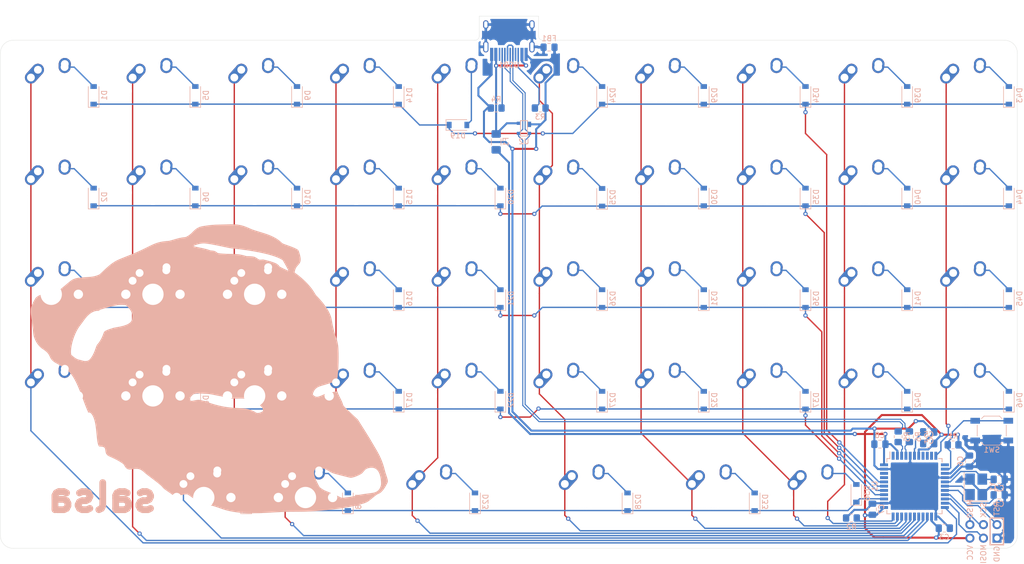
<source format=kicad_pcb>
(kicad_pcb (version 20171130) (host pcbnew "(5.1.12)-1")
  (layers (0 F.Cu signal) (31 B.Cu signal) (34 B.Paste user) (35 F.Paste user) (36 B.SilkS user) (37 F.SilkS user) (38 B.Mask user) (39 F.Mask user) (44 Edge.Cuts user))
  (net 0 "")
  (net 1 GND)
  (net 2 +5V)
  (net 3 "Net-(C4-Pad1)")
  (net 4 "Net-(D1-Pad2)")
  (net 5 ROW0)
  (net 6 "Net-(D2-Pad2)")
  (net 7 ROW1)
  (net 8 "Net-(D3-Pad2)")
  (net 9 ROW2)
  (net 10 "Net-(D4-Pad2)")
  (net 11 ROW3)
  (net 12 "Net-(D5-Pad2)")
  (net 13 "Net-(D6-Pad2)")
  (net 14 "Net-(D7-Pad2)")
  (net 15 "Net-(D8-Pad2)")
  (net 16 "Net-(D9-Pad2)")
  (net 17 "Net-(D10-Pad2)")
  (net 18 "Net-(D11-Pad2)")
  (net 19 "Net-(D12-Pad2)")
  (net 20 "Net-(D13-Pad2)")
  (net 21 ROW4)
  (net 22 "Net-(D14-Pad2)")
  (net 23 "Net-(D15-Pad2)")
  (net 24 "Net-(D16-Pad2)")
  (net 25 "Net-(D17-Pad2)")
  (net 26 "Net-(D18-Pad2)")
  (net 27 "Net-(D19-Pad2)")
  (net 28 "Net-(D20-Pad2)")
  (net 29 "Net-(D21-Pad2)")
  (net 30 "Net-(D22-Pad2)")
  (net 31 "Net-(D23-Pad2)")
  (net 32 "Net-(D24-Pad2)")
  (net 33 "Net-(D25-Pad2)")
  (net 34 "Net-(D26-Pad2)")
  (net 35 "Net-(D27-Pad2)")
  (net 36 "Net-(D28-Pad2)")
  (net 37 "Net-(D29-Pad2)")
  (net 38 "Net-(D30-Pad2)")
  (net 39 "Net-(D31-Pad2)")
  (net 40 "Net-(D32-Pad2)")
  (net 41 "Net-(D33-Pad2)")
  (net 42 "Net-(D34-Pad2)")
  (net 43 "Net-(D35-Pad2)")
  (net 44 "Net-(D36-Pad2)")
  (net 45 "Net-(D37-Pad2)")
  (net 46 "Net-(D38-Pad2)")
  (net 47 "Net-(D39-Pad2)")
  (net 48 "Net-(D40-Pad2)")
  (net 49 "Net-(D41-Pad2)")
  (net 50 "Net-(D42-Pad2)")
  (net 51 "Net-(D43-Pad2)")
  (net 52 "Net-(D44-Pad2)")
  (net 53 "Net-(D45-Pad2)")
  (net 54 "Net-(D46-Pad2)")
  (net 55 VCC)
  (net 56 COL0)
  (net 57 COL1)
  (net 58 COL2)
  (net 59 COL3)
  (net 60 COL4)
  (net 61 COL5)
  (net 62 COL6)
  (net 63 COL7)
  (net 64 COL8)
  (net 65 COL9)
  (net 66 D-)
  (net 67 D+)
  (net 68 "Net-(U1-Pad42)")
  (net 69 "Net-(U1-Pad12)")
  (net 70 "Net-(U1-Pad10)")
  (net 71 "Net-(U1-Pad8)")
  (net 72 "Net-(U1-Pad1)")
  (net 73 "Net-(C1-Pad1)")
  (net 74 "Net-(C2-Pad1)")
  (net 75 RST)
  (net 76 MOSI)
  (net 77 SCK)
  (net 78 MISO)
  (net 79 "Net-(R1-Pad2)")
  (net 80 "Net-(R2-Pad2)")
  (net 81 "Net-(R3-Pad1)")
  (net 82 "Net-(R4-Pad1)")
  (net 83 "Net-(USB1-Pad3)")
  (net 84 "Net-(USB1-Pad9)")
  (net 85 "Net-(U1-Pad41)")
  (net 86 "Net-(U1-Pad9)")
  (net 87 DN)
  (net 88 DP)
  (net 89 Earth)
  (module Inductor_SMD:L_0805_2012Metric_Pad1.15x1.40mm_HandSolder (layer B.Cu) (at 124.206 22.733 180)
    (fp_text reference FB1 (at 0 1.65) (layer B.SilkS) (effects (justify mirror)))
    (fp_text value 60@100MHz)
    (pad 2 smd roundrect (at 1.025 0 180) (size 1.15 1.4) (layers B.Cu B.Paste B.Mask) (roundrect_rratio 0.217391) (net 89 Earth))
    (pad 1 smd roundrect (at -1.025 0 180) (size 1.15 1.4) (layers B.Cu B.Paste B.Mask) (roundrect_rratio 0.217391) (net 1 GND))
  )
  (module sasha:B.SilkS_layer1 (layer F.Cu) (at 47.879 70.993)
    (fp_text reference G*** hide)
    (fp_text value LOGO hide)
  )
  (module MX_Alps_Hybrid:MX-1U-NoLED (layer F.Cu) (at 202.40625 88.10625)
    (fp_text reference MX46)
    (fp_text value MX-NoLED)
    (pad "" np_thru_hole circle (at 5.08 0 48.0996) (size 1.75 1.75) (drill 1.75) (layers *.Cu *.Mask))
    (pad "" np_thru_hole circle (at -5.08 0 48.0996) (size 1.75 1.75) (drill 1.75) (layers *.Cu *.Mask))
    (pad 1 thru_hole circle (at -2.5 -4) (size 2.25 2.25) (drill 1.47) (layers *.Cu B.Mask) (net 65 COL9))
    (pad "" np_thru_hole circle (at 0 0) (size 3.9878 3.9878) (drill 3.9878) (layers *.Cu *.Mask))
    (pad 1 thru_hole oval (at -3.81 -2.54 48.0996) (size 4.211556 2.25) (drill 1.47 (offset 0.980778 0)) (layers *.Cu B.Mask) (net 65 COL9))
    (pad 2 thru_hole circle (at 2.54 -5.08) (size 2.25 2.25) (drill 1.47) (layers *.Cu B.Mask) (net 54 "Net-(D46-Pad2)"))
    (pad 2 thru_hole oval (at 2.5 -4.5 86.0548) (size 2.831378 2.25) (drill 1.47 (offset 0.290689 0)) (layers *.Cu B.Mask) (net 54 "Net-(D46-Pad2)"))
  )
  (module MX_Alps_Hybrid:MX-1U-NoLED (layer F.Cu) (at 78.58125 107.15625)
    (fp_text reference MX18)
    (fp_text value MX-NoLED)
    (pad "" np_thru_hole circle (at 5.08 0 48.0996) (size 1.75 1.75) (drill 1.75) (layers *.Cu *.Mask))
    (pad "" np_thru_hole circle (at -5.08 0 48.0996) (size 1.75 1.75) (drill 1.75) (layers *.Cu *.Mask))
    (pad 1 thru_hole circle (at -2.5 -4) (size 2.25 2.25) (drill 1.47) (layers *.Cu B.Mask) (net 59 COL3))
    (pad "" np_thru_hole circle (at 0 0) (size 3.9878 3.9878) (drill 3.9878) (layers *.Cu *.Mask))
    (pad 1 thru_hole oval (at -3.81 -2.54 48.0996) (size 4.211556 2.25) (drill 1.47 (offset 0.980778 0)) (layers *.Cu B.Mask) (net 59 COL3))
    (pad 2 thru_hole circle (at 2.54 -5.08) (size 2.25 2.25) (drill 1.47) (layers *.Cu B.Mask) (net 26 "Net-(D18-Pad2)"))
    (pad 2 thru_hole oval (at 2.5 -4.5 86.0548) (size 2.831378 2.25) (drill 1.47 (offset 0.290689 0)) (layers *.Cu B.Mask) (net 26 "Net-(D18-Pad2)"))
  )
  (module MX_Alps_Hybrid:MX-1U-NoLED (layer F.Cu) (at 107.15625 30.95625)
    (fp_text reference MX19)
    (fp_text value MX-NoLED)
    (pad "" np_thru_hole circle (at 5.08 0 48.0996) (size 1.75 1.75) (drill 1.75) (layers *.Cu *.Mask))
    (pad "" np_thru_hole circle (at -5.08 0 48.0996) (size 1.75 1.75) (drill 1.75) (layers *.Cu *.Mask))
    (pad 1 thru_hole circle (at -2.5 -4) (size 2.25 2.25) (drill 1.47) (layers *.Cu B.Mask) (net 60 COL4))
    (pad "" np_thru_hole circle (at 0 0) (size 3.9878 3.9878) (drill 3.9878) (layers *.Cu *.Mask))
    (pad 1 thru_hole oval (at -3.81 -2.54 48.0996) (size 4.211556 2.25) (drill 1.47 (offset 0.980778 0)) (layers *.Cu B.Mask) (net 60 COL4))
    (pad 2 thru_hole circle (at 2.54 -5.08) (size 2.25 2.25) (drill 1.47) (layers *.Cu B.Mask) (net 27 "Net-(D19-Pad2)"))
    (pad 2 thru_hole oval (at 2.5 -4.5 86.0548) (size 2.831378 2.25) (drill 1.47 (offset 0.290689 0)) (layers *.Cu B.Mask) (net 27 "Net-(D19-Pad2)"))
  )
  (module MX_Alps_Hybrid:MX-1U-NoLED (layer F.Cu) (at 126.20625 30.95625)
    (fp_text reference MX24)
    (fp_text value MX-NoLED)
    (pad "" np_thru_hole circle (at 5.08 0 48.0996) (size 1.75 1.75) (drill 1.75) (layers *.Cu *.Mask))
    (pad "" np_thru_hole circle (at -5.08 0 48.0996) (size 1.75 1.75) (drill 1.75) (layers *.Cu *.Mask))
    (pad 1 thru_hole circle (at -2.5 -4) (size 2.25 2.25) (drill 1.47) (layers *.Cu B.Mask) (net 61 COL5))
    (pad "" np_thru_hole circle (at 0 0) (size 3.9878 3.9878) (drill 3.9878) (layers *.Cu *.Mask))
    (pad 1 thru_hole oval (at -3.81 -2.54 48.0996) (size 4.211556 2.25) (drill 1.47 (offset 0.980778 0)) (layers *.Cu B.Mask) (net 61 COL5))
    (pad 2 thru_hole circle (at 2.54 -5.08) (size 2.25 2.25) (drill 1.47) (layers *.Cu B.Mask) (net 32 "Net-(D24-Pad2)"))
    (pad 2 thru_hole oval (at 2.5 -4.5 86.0548) (size 2.831378 2.25) (drill 1.47 (offset 0.290689 0)) (layers *.Cu B.Mask) (net 32 "Net-(D24-Pad2)"))
  )
  (module MX_Alps_Hybrid:MX-1U-NoLED (layer F.Cu) (at 183.35625 88.10625)
    (fp_text reference MX42)
    (fp_text value MX-NoLED)
    (pad "" np_thru_hole circle (at 5.08 0 48.0996) (size 1.75 1.75) (drill 1.75) (layers *.Cu *.Mask))
    (pad "" np_thru_hole circle (at -5.08 0 48.0996) (size 1.75 1.75) (drill 1.75) (layers *.Cu *.Mask))
    (pad 1 thru_hole circle (at -2.5 -4) (size 2.25 2.25) (drill 1.47) (layers *.Cu B.Mask) (net 64 COL8))
    (pad "" np_thru_hole circle (at 0 0) (size 3.9878 3.9878) (drill 3.9878) (layers *.Cu *.Mask))
    (pad 1 thru_hole oval (at -3.81 -2.54 48.0996) (size 4.211556 2.25) (drill 1.47 (offset 0.980778 0)) (layers *.Cu B.Mask) (net 64 COL8))
    (pad 2 thru_hole circle (at 2.54 -5.08) (size 2.25 2.25) (drill 1.47) (layers *.Cu B.Mask) (net 50 "Net-(D42-Pad2)"))
    (pad 2 thru_hole oval (at 2.5 -4.5 86.0548) (size 2.831378 2.25) (drill 1.47 (offset 0.290689 0)) (layers *.Cu B.Mask) (net 50 "Net-(D42-Pad2)"))
  )
  (module MX_Alps_Hybrid:MX-1U-NoLED (layer F.Cu) (at 183.35625 30.95625)
    (fp_text reference MX39)
    (fp_text value MX-NoLED)
    (pad "" np_thru_hole circle (at 5.08 0 48.0996) (size 1.75 1.75) (drill 1.75) (layers *.Cu *.Mask))
    (pad "" np_thru_hole circle (at -5.08 0 48.0996) (size 1.75 1.75) (drill 1.75) (layers *.Cu *.Mask))
    (pad 1 thru_hole circle (at -2.5 -4) (size 2.25 2.25) (drill 1.47) (layers *.Cu B.Mask) (net 64 COL8))
    (pad "" np_thru_hole circle (at 0 0) (size 3.9878 3.9878) (drill 3.9878) (layers *.Cu *.Mask))
    (pad 1 thru_hole oval (at -3.81 -2.54 48.0996) (size 4.211556 2.25) (drill 1.47 (offset 0.980778 0)) (layers *.Cu B.Mask) (net 64 COL8))
    (pad 2 thru_hole circle (at 2.54 -5.08) (size 2.25 2.25) (drill 1.47) (layers *.Cu B.Mask) (net 47 "Net-(D39-Pad2)"))
    (pad 2 thru_hole oval (at 2.5 -4.5 86.0548) (size 2.831378 2.25) (drill 1.47 (offset 0.290689 0)) (layers *.Cu B.Mask) (net 47 "Net-(D39-Pad2)"))
  )
  (module Crystal:Crystal_SMD_3225-4Pin_3.2x2.5mm_HandSoldering (layer B.Cu) (at 204.216 105.156 90)
    (fp_text reference Y1 (at 0 3.05 90) (layer B.SilkS) (effects (justify mirror)))
    (fp_text value 16MHz)
    (pad 1 smd rect (at -1.45 -1.15 90) (size 2.1 1.8) (layers B.Cu B.Paste B.Mask) (net 73 "Net-(C1-Pad1)"))
    (pad 2 smd rect (at 1.45 -1.15 90) (size 2.1 1.8) (layers B.Cu B.Paste B.Mask) (net 1 GND))
    (pad 3 smd rect (at 1.45 1.15 90) (size 2.1 1.8) (layers B.Cu B.Paste B.Mask) (net 74 "Net-(C2-Pad1)"))
    (pad 4 smd rect (at -1.45 1.15 90) (size 2.1 1.8) (layers B.Cu B.Paste B.Mask) (net 1 GND))
  )
  (module Type-C:HRO-TYPE-C-31-M-12-HandSoldering (layer B.Cu) (at 116.68125 15.875)
    (fp_text reference USB1 (at 0 10.2) (layer B.SilkS) (effects (justify mirror)))
    (fp_text value HRO-TYPE-C-31-M-12)
    (pad 12 smd rect (at 3.225 8.195) (size 0.6 2.45) (layers B.Cu B.Paste B.Mask) (net 1 GND))
    (pad 1 smd rect (at -3.225 8.195) (size 0.6 2.45) (layers B.Cu B.Paste B.Mask) (net 1 GND))
    (pad 11 smd rect (at 2.45 8.195) (size 0.6 2.45) (layers B.Cu B.Paste B.Mask) (net 55 VCC))
    (pad 2 smd rect (at -2.45 8.195) (size 0.6 2.45) (layers B.Cu B.Paste B.Mask) (net 55 VCC))
    (pad 3 smd rect (at -1.75 8.195) (size 0.3 2.45) (layers B.Cu B.Paste B.Mask) (net 83 "Net-(USB1-Pad3)"))
    (pad 10 smd rect (at 1.75 8.195) (size 0.3 2.45) (layers B.Cu B.Paste B.Mask) (net 81 "Net-(R3-Pad1)"))
    (pad 4 smd rect (at -1.25 8.195) (size 0.3 2.45) (layers B.Cu B.Paste B.Mask) (net 82 "Net-(R4-Pad1)"))
    (pad 9 smd rect (at 1.25 8.195) (size 0.3 2.45) (layers B.Cu B.Paste B.Mask) (net 84 "Net-(USB1-Pad9)"))
    (pad 5 smd rect (at -0.75 8.195) (size 0.3 2.45) (layers B.Cu B.Paste B.Mask) (net 87 DN))
    (pad 8 smd rect (at 0.75 8.195) (size 0.3 2.45) (layers B.Cu B.Paste B.Mask) (net 88 DP))
    (pad 7 smd rect (at 0.25 8.195) (size 0.3 2.45) (layers B.Cu B.Paste B.Mask) (net 87 DN))
    (pad 6 smd rect (at -0.25 8.195) (size 0.3 2.45) (layers B.Cu B.Paste B.Mask) (net 88 DP))
    (pad "" np_thru_hole circle (at 2.89 6.25) (size 0.65 0.65) (drill 0.65) (layers *.Cu *.Mask))
    (pad "" np_thru_hole circle (at -2.89 6.25) (size 0.65 0.65) (drill 0.65) (layers *.Cu *.Mask))
    (pad 13 thru_hole oval (at -4.32 6.78) (size 1 2.1) (drill oval 0.6 1.7) (layers *.Cu F.Mask) (net 89 Earth))
    (pad 13 thru_hole oval (at 4.32 6.78) (size 1 2.1) (drill oval 0.6 1.7) (layers *.Cu F.Mask) (net 89 Earth))
    (pad 13 thru_hole oval (at -4.32 2.6) (size 1 1.6) (drill oval 0.6 1.2) (layers *.Cu F.Mask) (net 89 Earth))
    (pad 13 thru_hole oval (at 4.32 2.6) (size 1 1.6) (drill oval 0.6 1.2) (layers *.Cu F.Mask) (net 89 Earth))
  )
  (module random-keyboard-parts:SOT143B (layer B.Cu) (at 119.507 37.94125 180)
    (fp_text reference U2 (at 0 -2.45) (layer B.SilkS) (effects (justify mirror)))
    (fp_text value PRTR5V0U2X)
    (pad 3 smd rect (at 1 -0.95 270) (size 0.6 0.7) (layers B.Cu B.Paste B.Mask) (net 87 DN))
    (pad 2 smd rect (at -1 -0.95 270) (size 0.6 0.7) (layers B.Cu B.Paste B.Mask) (net 88 DP))
    (pad 4 smd rect (at 1 0.95 270) (size 0.6 0.7) (layers B.Cu B.Paste B.Mask) (net 55 VCC))
    (pad 1 smd rect (at -1 0.75 270) (size 1 0.7) (layers B.Cu B.Paste B.Mask) (net 1 GND))
  )
  (module Package_QFP:TQFP-44_10x10mm_P0.8mm (layer B.Cu) (at 192.659 105.029 270)
    (fp_text reference U1 (at 0 7.45 90) (layer B.SilkS) (effects (justify mirror)))
    (fp_text value ATmega32U4-AU)
    (pad 1 smd rect (at -5.7 4 270) (size 1.5 0.55) (layers B.Cu B.Paste B.Mask) (net 72 "Net-(U1-Pad1)"))
    (pad 2 smd rect (at -5.7 3.2 270) (size 1.5 0.55) (layers B.Cu B.Paste B.Mask) (net 2 +5V))
    (pad 3 smd rect (at -5.7 2.4 270) (size 1.5 0.55) (layers B.Cu B.Paste B.Mask) (net 66 D-))
    (pad 4 smd rect (at -5.7 1.6 270) (size 1.5 0.55) (layers B.Cu B.Paste B.Mask) (net 67 D+))
    (pad 5 smd rect (at -5.7 0.8 270) (size 1.5 0.55) (layers B.Cu B.Paste B.Mask) (net 1 GND))
    (pad 6 smd rect (at -5.7 0 270) (size 1.5 0.55) (layers B.Cu B.Paste B.Mask) (net 3 "Net-(C4-Pad1)"))
    (pad 7 smd rect (at -5.7 -0.8 270) (size 1.5 0.55) (layers B.Cu B.Paste B.Mask) (net 2 +5V))
    (pad 8 smd rect (at -5.7 -1.6 270) (size 1.5 0.55) (layers B.Cu B.Paste B.Mask) (net 71 "Net-(U1-Pad8)"))
    (pad 9 smd rect (at -5.7 -2.4 270) (size 1.5 0.55) (layers B.Cu B.Paste B.Mask) (net 86 "Net-(U1-Pad9)"))
    (pad 10 smd rect (at -5.7 -3.2 270) (size 1.5 0.55) (layers B.Cu B.Paste B.Mask) (net 70 "Net-(U1-Pad10)"))
    (pad 11 smd rect (at -5.7 -4 270) (size 1.5 0.55) (layers B.Cu B.Paste B.Mask) (net 65 COL9))
    (pad 12 smd rect (at -4 -5.7 180) (size 1.5 0.55) (layers B.Cu B.Paste B.Mask) (net 69 "Net-(U1-Pad12)"))
    (pad 13 smd rect (at -3.2 -5.7 180) (size 1.5 0.55) (layers B.Cu B.Paste B.Mask) (net 79 "Net-(R1-Pad2)"))
    (pad 14 smd rect (at -2.4 -5.7 180) (size 1.5 0.55) (layers B.Cu B.Paste B.Mask) (net 2 +5V))
    (pad 15 smd rect (at -1.6 -5.7 180) (size 1.5 0.55) (layers B.Cu B.Paste B.Mask) (net 1 GND))
    (pad 16 smd rect (at -0.8 -5.7 180) (size 1.5 0.55) (layers B.Cu B.Paste B.Mask) (net 74 "Net-(C2-Pad1)"))
    (pad 17 smd rect (at 0 -5.7 180) (size 1.5 0.55) (layers B.Cu B.Paste B.Mask) (net 73 "Net-(C1-Pad1)"))
    (pad 18 smd rect (at 0.8 -5.7 180) (size 1.5 0.55) (layers B.Cu B.Paste B.Mask) (net 75 RST))
    (pad 19 smd rect (at 1.6 -5.7 180) (size 1.5 0.55) (layers B.Cu B.Paste B.Mask) (net 77 SCK))
    (pad 20 smd rect (at 2.4 -5.7 180) (size 1.5 0.55) (layers B.Cu B.Paste B.Mask) (net 78 MISO))
    (pad 21 smd rect (at 3.2 -5.7 180) (size 1.5 0.55) (layers B.Cu B.Paste B.Mask) (net 76 MOSI))
    (pad 22 smd rect (at 4 -5.7 180) (size 1.5 0.55) (layers B.Cu B.Paste B.Mask) (net 56 COL0))
    (pad 23 smd rect (at 5.7 -4 270) (size 1.5 0.55) (layers B.Cu B.Paste B.Mask) (net 1 GND))
    (pad 24 smd rect (at 5.7 -3.2 270) (size 1.5 0.55) (layers B.Cu B.Paste B.Mask) (net 2 +5V))
    (pad 25 smd rect (at 5.7 -2.4 270) (size 1.5 0.55) (layers B.Cu B.Paste B.Mask) (net 57 COL1))
    (pad 26 smd rect (at 5.7 -1.6 270) (size 1.5 0.55) (layers B.Cu B.Paste B.Mask) (net 58 COL2))
    (pad 27 smd rect (at 5.7 -0.8 270) (size 1.5 0.55) (layers B.Cu B.Paste B.Mask) (net 59 COL3))
    (pad 28 smd rect (at 5.7 0 270) (size 1.5 0.55) (layers B.Cu B.Paste B.Mask) (net 60 COL4))
    (pad 29 smd rect (at 5.7 0.8 270) (size 1.5 0.55) (layers B.Cu B.Paste B.Mask) (net 61 COL5))
    (pad 30 smd rect (at 5.7 1.6 270) (size 1.5 0.55) (layers B.Cu B.Paste B.Mask) (net 62 COL6))
    (pad 31 smd rect (at 5.7 2.4 270) (size 1.5 0.55) (layers B.Cu B.Paste B.Mask) (net 63 COL7))
    (pad 32 smd rect (at 5.7 3.2 270) (size 1.5 0.55) (layers B.Cu B.Paste B.Mask) (net 64 COL8))
    (pad 33 smd rect (at 5.7 4 270) (size 1.5 0.55) (layers B.Cu B.Paste B.Mask) (net 80 "Net-(R2-Pad2)"))
    (pad 34 smd rect (at 4 5.7 180) (size 1.5 0.55) (layers B.Cu B.Paste B.Mask) (net 2 +5V))
    (pad 35 smd rect (at 3.2 5.7 180) (size 1.5 0.55) (layers B.Cu B.Paste B.Mask) (net 1 GND))
    (pad 36 smd rect (at 2.4 5.7 180) (size 1.5 0.55) (layers B.Cu B.Paste B.Mask) (net 21 ROW4))
    (pad 37 smd rect (at 1.6 5.7 180) (size 1.5 0.55) (layers B.Cu B.Paste B.Mask) (net 11 ROW3))
    (pad 38 smd rect (at 0.8 5.7 180) (size 1.5 0.55) (layers B.Cu B.Paste B.Mask) (net 9 ROW2))
    (pad 39 smd rect (at 0 5.7 180) (size 1.5 0.55) (layers B.Cu B.Paste B.Mask) (net 7 ROW1))
    (pad 40 smd rect (at -0.8 5.7 180) (size 1.5 0.55) (layers B.Cu B.Paste B.Mask) (net 5 ROW0))
    (pad 41 smd rect (at -1.6 5.7 180) (size 1.5 0.55) (layers B.Cu B.Paste B.Mask) (net 85 "Net-(U1-Pad41)"))
    (pad 42 smd rect (at -2.4 5.7 180) (size 1.5 0.55) (layers B.Cu B.Paste B.Mask) (net 68 "Net-(U1-Pad42)"))
    (pad 43 smd rect (at -3.2 5.7 180) (size 1.5 0.55) (layers B.Cu B.Paste B.Mask) (net 1 GND))
    (pad 44 smd rect (at -4 5.7 180) (size 1.5 0.55) (layers B.Cu B.Paste B.Mask) (net 2 +5V))
  )
  (module Button_Switch_SMD:SW_SPST_SKQG_WithStem (layer B.Cu) (at 207.137 94.615)
    (fp_text reference SW1 (at 0 3.6) (layer B.SilkS) (effects (justify mirror)))
    (fp_text value SW_Push)
    (pad 2 smd rect (at 3.1 -1.85) (size 1.8 1.1) (layers B.Cu B.Paste B.Mask) (net 79 "Net-(R1-Pad2)"))
    (pad 2 smd rect (at -3.1 -1.85) (size 1.8 1.1) (layers B.Cu B.Paste B.Mask) (net 79 "Net-(R1-Pad2)"))
    (pad 1 smd rect (at 3.1 1.85) (size 1.8 1.1) (layers B.Cu B.Paste B.Mask) (net 1 GND))
    (pad 1 smd rect (at -3.1 1.85) (size 1.8 1.1) (layers B.Cu B.Paste B.Mask) (net 1 GND))
  )
  (module Resistor_SMD:R_0805_2012Metric_Pad1.20x1.40mm_HandSolder (layer B.Cu) (at 191.707 95.758 90)
    (fp_text reference R6 (at 0 1.65 90) (layer B.SilkS) (effects (justify mirror)))
    (fp_text value 22)
    (pad 1 smd roundrect (at -1 0 90) (size 1.2 1.4) (layers B.Cu B.Paste B.Mask) (roundrect_rratio 0.208333) (net 67 D+))
    (pad 2 smd roundrect (at 1 0 90) (size 1.2 1.4) (layers B.Cu B.Paste B.Mask) (roundrect_rratio 0.208333) (net 88 DP))
  )
  (module Resistor_SMD:R_0805_2012Metric_Pad1.20x1.40mm_HandSolder (layer B.Cu) (at 189.611 95.758 90)
    (fp_text reference R5 (at 0 1.65 90) (layer B.SilkS) (effects (justify mirror)))
    (fp_text value 22)
    (pad 1 smd roundrect (at -1 0 90) (size 1.2 1.4) (layers B.Cu B.Paste B.Mask) (roundrect_rratio 0.208333) (net 66 D-))
    (pad 2 smd roundrect (at 1 0 90) (size 1.2 1.4) (layers B.Cu B.Paste B.Mask) (roundrect_rratio 0.208333) (net 87 DN))
  )
  (module Resistor_SMD:R_0805_2012Metric_Pad1.20x1.40mm_HandSolder (layer B.Cu) (at 114.3 34.13125 180)
    (fp_text reference R4 (at 0 1.65) (layer B.SilkS) (effects (justify mirror)))
    (fp_text value 5.1k)
    (pad 2 smd roundrect (at 1 0 180) (size 1.2 1.4) (layers B.Cu B.Paste B.Mask) (roundrect_rratio 0.208333) (net 1 GND))
    (pad 1 smd roundrect (at -1 0 180) (size 1.2 1.4) (layers B.Cu B.Paste B.Mask) (roundrect_rratio 0.208333) (net 82 "Net-(R4-Pad1)"))
  )
  (module Resistor_SMD:R_0805_2012Metric_Pad1.20x1.40mm_HandSolder (layer B.Cu) (at 122.555 34.13125)
    (fp_text reference R3 (at 0 1.65) (layer B.SilkS) (effects (justify mirror)))
    (fp_text value 5.1k)
    (pad 2 smd roundrect (at 1 0) (size 1.2 1.4) (layers B.Cu B.Paste B.Mask) (roundrect_rratio 0.208333) (net 1 GND))
    (pad 1 smd roundrect (at -1 0) (size 1.2 1.4) (layers B.Cu B.Paste B.Mask) (roundrect_rratio 0.208333) (net 81 "Net-(R3-Pad1)"))
  )
  (module Resistor_SMD:R_0805_2012Metric_Pad1.20x1.40mm_HandSolder (layer B.Cu) (at 180.848 110.998)
    (fp_text reference R2 (at 0 1.65) (layer B.SilkS) (effects (justify mirror)))
    (fp_text value 10k)
    (pad 1 smd roundrect (at -1 0) (size 1.2 1.4) (layers B.Cu B.Paste B.Mask) (roundrect_rratio 0.208333) (net 1 GND))
    (pad 2 smd roundrect (at 1 0) (size 1.2 1.4) (layers B.Cu B.Paste B.Mask) (roundrect_rratio 0.208333) (net 80 "Net-(R2-Pad2)"))
  )
  (module Resistor_SMD:R_0805_2012Metric_Pad1.20x1.40mm_HandSolder (layer B.Cu) (at 199.898 97.282 180)
    (fp_text reference R1 (at 0 1.65) (layer B.SilkS) (effects (justify mirror)))
    (fp_text value 10k)
    (pad 1 smd roundrect (at -1 0 180) (size 1.2 1.4) (layers B.Cu B.Paste B.Mask) (roundrect_rratio 0.208333) (net 2 +5V))
    (pad 2 smd roundrect (at 1 0 180) (size 1.2 1.4) (layers B.Cu B.Paste B.Mask) (roundrect_rratio 0.208333) (net 79 "Net-(R1-Pad2)"))
  )
  (module MX_Alps_Hybrid:MX-1U-NoLED (layer F.Cu) (at 202.40625 69.05625)
    (fp_text reference MX45)
    (fp_text value MX-NoLED)
    (pad "" np_thru_hole circle (at 5.08 0 48.0996) (size 1.75 1.75) (drill 1.75) (layers *.Cu *.Mask))
    (pad "" np_thru_hole circle (at -5.08 0 48.0996) (size 1.75 1.75) (drill 1.75) (layers *.Cu *.Mask))
    (pad 1 thru_hole circle (at -2.5 -4) (size 2.25 2.25) (drill 1.47) (layers *.Cu B.Mask) (net 65 COL9))
    (pad "" np_thru_hole circle (at 0 0) (size 3.9878 3.9878) (drill 3.9878) (layers *.Cu *.Mask))
    (pad 1 thru_hole oval (at -3.81 -2.54 48.0996) (size 4.211556 2.25) (drill 1.47 (offset 0.980778 0)) (layers *.Cu B.Mask) (net 65 COL9))
    (pad 2 thru_hole circle (at 2.54 -5.08) (size 2.25 2.25) (drill 1.47) (layers *.Cu B.Mask) (net 53 "Net-(D45-Pad2)"))
    (pad 2 thru_hole oval (at 2.5 -4.5 86.0548) (size 2.831378 2.25) (drill 1.47 (offset 0.290689 0)) (layers *.Cu B.Mask) (net 53 "Net-(D45-Pad2)"))
  )
  (module MX_Alps_Hybrid:MX-1U-NoLED (layer F.Cu) (at 202.40625 50.00625)
    (fp_text reference MX44)
    (fp_text value MX-NoLED)
    (pad "" np_thru_hole circle (at 5.08 0 48.0996) (size 1.75 1.75) (drill 1.75) (layers *.Cu *.Mask))
    (pad "" np_thru_hole circle (at -5.08 0 48.0996) (size 1.75 1.75) (drill 1.75) (layers *.Cu *.Mask))
    (pad 1 thru_hole circle (at -2.5 -4) (size 2.25 2.25) (drill 1.47) (layers *.Cu B.Mask) (net 65 COL9))
    (pad "" np_thru_hole circle (at 0 0) (size 3.9878 3.9878) (drill 3.9878) (layers *.Cu *.Mask))
    (pad 1 thru_hole oval (at -3.81 -2.54 48.0996) (size 4.211556 2.25) (drill 1.47 (offset 0.980778 0)) (layers *.Cu B.Mask) (net 65 COL9))
    (pad 2 thru_hole circle (at 2.54 -5.08) (size 2.25 2.25) (drill 1.47) (layers *.Cu B.Mask) (net 52 "Net-(D44-Pad2)"))
    (pad 2 thru_hole oval (at 2.5 -4.5 86.0548) (size 2.831378 2.25) (drill 1.47 (offset 0.290689 0)) (layers *.Cu B.Mask) (net 52 "Net-(D44-Pad2)"))
  )
  (module MX_Alps_Hybrid:MX-1U-NoLED (layer F.Cu) (at 202.40625 30.95625)
    (fp_text reference MX43)
    (fp_text value MX-NoLED)
    (pad "" np_thru_hole circle (at 5.08 0 48.0996) (size 1.75 1.75) (drill 1.75) (layers *.Cu *.Mask))
    (pad "" np_thru_hole circle (at -5.08 0 48.0996) (size 1.75 1.75) (drill 1.75) (layers *.Cu *.Mask))
    (pad 1 thru_hole circle (at -2.5 -4) (size 2.25 2.25) (drill 1.47) (layers *.Cu B.Mask) (net 65 COL9))
    (pad "" np_thru_hole circle (at 0 0) (size 3.9878 3.9878) (drill 3.9878) (layers *.Cu *.Mask))
    (pad 1 thru_hole oval (at -3.81 -2.54 48.0996) (size 4.211556 2.25) (drill 1.47 (offset 0.980778 0)) (layers *.Cu B.Mask) (net 65 COL9))
    (pad 2 thru_hole circle (at 2.54 -5.08) (size 2.25 2.25) (drill 1.47) (layers *.Cu B.Mask) (net 51 "Net-(D43-Pad2)"))
    (pad 2 thru_hole oval (at 2.5 -4.5 86.0548) (size 2.831378 2.25) (drill 1.47 (offset 0.290689 0)) (layers *.Cu B.Mask) (net 51 "Net-(D43-Pad2)"))
  )
  (module MX_Alps_Hybrid:MX-1U-NoLED (layer F.Cu) (at 183.35625 69.05625)
    (fp_text reference MX41)
    (fp_text value MX-NoLED)
    (pad "" np_thru_hole circle (at 5.08 0 48.0996) (size 1.75 1.75) (drill 1.75) (layers *.Cu *.Mask))
    (pad "" np_thru_hole circle (at -5.08 0 48.0996) (size 1.75 1.75) (drill 1.75) (layers *.Cu *.Mask))
    (pad 1 thru_hole circle (at -2.5 -4) (size 2.25 2.25) (drill 1.47) (layers *.Cu B.Mask) (net 64 COL8))
    (pad "" np_thru_hole circle (at 0 0) (size 3.9878 3.9878) (drill 3.9878) (layers *.Cu *.Mask))
    (pad 1 thru_hole oval (at -3.81 -2.54 48.0996) (size 4.211556 2.25) (drill 1.47 (offset 0.980778 0)) (layers *.Cu B.Mask) (net 64 COL8))
    (pad 2 thru_hole circle (at 2.54 -5.08) (size 2.25 2.25) (drill 1.47) (layers *.Cu B.Mask) (net 49 "Net-(D41-Pad2)"))
    (pad 2 thru_hole oval (at 2.5 -4.5 86.0548) (size 2.831378 2.25) (drill 1.47 (offset 0.290689 0)) (layers *.Cu B.Mask) (net 49 "Net-(D41-Pad2)"))
  )
  (module MX_Alps_Hybrid:MX-1U-NoLED (layer F.Cu) (at 183.35625 50.00625)
    (fp_text reference MX40)
    (fp_text value MX-NoLED)
    (pad "" np_thru_hole circle (at 5.08 0 48.0996) (size 1.75 1.75) (drill 1.75) (layers *.Cu *.Mask))
    (pad "" np_thru_hole circle (at -5.08 0 48.0996) (size 1.75 1.75) (drill 1.75) (layers *.Cu *.Mask))
    (pad 1 thru_hole circle (at -2.5 -4) (size 2.25 2.25) (drill 1.47) (layers *.Cu B.Mask) (net 64 COL8))
    (pad "" np_thru_hole circle (at 0 0) (size 3.9878 3.9878) (drill 3.9878) (layers *.Cu *.Mask))
    (pad 1 thru_hole oval (at -3.81 -2.54 48.0996) (size 4.211556 2.25) (drill 1.47 (offset 0.980778 0)) (layers *.Cu B.Mask) (net 64 COL8))
    (pad 2 thru_hole circle (at 2.54 -5.08) (size 2.25 2.25) (drill 1.47) (layers *.Cu B.Mask) (net 48 "Net-(D40-Pad2)"))
    (pad 2 thru_hole oval (at 2.5 -4.5 86.0548) (size 2.831378 2.25) (drill 1.47 (offset 0.290689 0)) (layers *.Cu B.Mask) (net 48 "Net-(D40-Pad2)"))
  )
  (module MX_Alps_Hybrid:MX-1U-NoLED (layer F.Cu) (at 173.83125 107.15625)
    (fp_text reference MX38)
    (fp_text value MX-NoLED)
    (pad "" np_thru_hole circle (at 5.08 0 48.0996) (size 1.75 1.75) (drill 1.75) (layers *.Cu *.Mask))
    (pad "" np_thru_hole circle (at -5.08 0 48.0996) (size 1.75 1.75) (drill 1.75) (layers *.Cu *.Mask))
    (pad 1 thru_hole circle (at -2.5 -4) (size 2.25 2.25) (drill 1.47) (layers *.Cu B.Mask) (net 63 COL7))
    (pad "" np_thru_hole circle (at 0 0) (size 3.9878 3.9878) (drill 3.9878) (layers *.Cu *.Mask))
    (pad 1 thru_hole oval (at -3.81 -2.54 48.0996) (size 4.211556 2.25) (drill 1.47 (offset 0.980778 0)) (layers *.Cu B.Mask) (net 63 COL7))
    (pad 2 thru_hole circle (at 2.54 -5.08) (size 2.25 2.25) (drill 1.47) (layers *.Cu B.Mask) (net 46 "Net-(D38-Pad2)"))
    (pad 2 thru_hole oval (at 2.5 -4.5 86.0548) (size 2.831378 2.25) (drill 1.47 (offset 0.290689 0)) (layers *.Cu B.Mask) (net 46 "Net-(D38-Pad2)"))
  )
  (module MX_Alps_Hybrid:MX-1U-NoLED (layer F.Cu) (at 164.30625 88.10625)
    (fp_text reference MX37)
    (fp_text value MX-NoLED)
    (pad "" np_thru_hole circle (at 5.08 0 48.0996) (size 1.75 1.75) (drill 1.75) (layers *.Cu *.Mask))
    (pad "" np_thru_hole circle (at -5.08 0 48.0996) (size 1.75 1.75) (drill 1.75) (layers *.Cu *.Mask))
    (pad 1 thru_hole circle (at -2.5 -4) (size 2.25 2.25) (drill 1.47) (layers *.Cu B.Mask) (net 63 COL7))
    (pad "" np_thru_hole circle (at 0 0) (size 3.9878 3.9878) (drill 3.9878) (layers *.Cu *.Mask))
    (pad 1 thru_hole oval (at -3.81 -2.54 48.0996) (size 4.211556 2.25) (drill 1.47 (offset 0.980778 0)) (layers *.Cu B.Mask) (net 63 COL7))
    (pad 2 thru_hole circle (at 2.54 -5.08) (size 2.25 2.25) (drill 1.47) (layers *.Cu B.Mask) (net 45 "Net-(D37-Pad2)"))
    (pad 2 thru_hole oval (at 2.5 -4.5 86.0548) (size 2.831378 2.25) (drill 1.47 (offset 0.290689 0)) (layers *.Cu B.Mask) (net 45 "Net-(D37-Pad2)"))
  )
  (module MX_Alps_Hybrid:MX-1U-NoLED (layer F.Cu) (at 164.30625 69.05625)
    (fp_text reference MX36)
    (fp_text value MX-NoLED)
    (pad "" np_thru_hole circle (at 5.08 0 48.0996) (size 1.75 1.75) (drill 1.75) (layers *.Cu *.Mask))
    (pad "" np_thru_hole circle (at -5.08 0 48.0996) (size 1.75 1.75) (drill 1.75) (layers *.Cu *.Mask))
    (pad 1 thru_hole circle (at -2.5 -4) (size 2.25 2.25) (drill 1.47) (layers *.Cu B.Mask) (net 63 COL7))
    (pad "" np_thru_hole circle (at 0 0) (size 3.9878 3.9878) (drill 3.9878) (layers *.Cu *.Mask))
    (pad 1 thru_hole oval (at -3.81 -2.54 48.0996) (size 4.211556 2.25) (drill 1.47 (offset 0.980778 0)) (layers *.Cu B.Mask) (net 63 COL7))
    (pad 2 thru_hole circle (at 2.54 -5.08) (size 2.25 2.25) (drill 1.47) (layers *.Cu B.Mask) (net 44 "Net-(D36-Pad2)"))
    (pad 2 thru_hole oval (at 2.5 -4.5 86.0548) (size 2.831378 2.25) (drill 1.47 (offset 0.290689 0)) (layers *.Cu B.Mask) (net 44 "Net-(D36-Pad2)"))
  )
  (module MX_Alps_Hybrid:MX-1U-NoLED (layer F.Cu) (at 164.30625 50.00625)
    (fp_text reference MX35)
    (fp_text value MX-NoLED)
    (pad "" np_thru_hole circle (at 5.08 0 48.0996) (size 1.75 1.75) (drill 1.75) (layers *.Cu *.Mask))
    (pad "" np_thru_hole circle (at -5.08 0 48.0996) (size 1.75 1.75) (drill 1.75) (layers *.Cu *.Mask))
    (pad 1 thru_hole circle (at -2.5 -4) (size 2.25 2.25) (drill 1.47) (layers *.Cu B.Mask) (net 63 COL7))
    (pad "" np_thru_hole circle (at 0 0) (size 3.9878 3.9878) (drill 3.9878) (layers *.Cu *.Mask))
    (pad 1 thru_hole oval (at -3.81 -2.54 48.0996) (size 4.211556 2.25) (drill 1.47 (offset 0.980778 0)) (layers *.Cu B.Mask) (net 63 COL7))
    (pad 2 thru_hole circle (at 2.54 -5.08) (size 2.25 2.25) (drill 1.47) (layers *.Cu B.Mask) (net 43 "Net-(D35-Pad2)"))
    (pad 2 thru_hole oval (at 2.5 -4.5 86.0548) (size 2.831378 2.25) (drill 1.47 (offset 0.290689 0)) (layers *.Cu B.Mask) (net 43 "Net-(D35-Pad2)"))
  )
  (module MX_Alps_Hybrid:MX-1U-NoLED (layer F.Cu) (at 164.30625 30.95625)
    (fp_text reference MX34)
    (fp_text value MX-NoLED)
    (pad "" np_thru_hole circle (at 5.08 0 48.0996) (size 1.75 1.75) (drill 1.75) (layers *.Cu *.Mask))
    (pad "" np_thru_hole circle (at -5.08 0 48.0996) (size 1.75 1.75) (drill 1.75) (layers *.Cu *.Mask))
    (pad 1 thru_hole circle (at -2.5 -4) (size 2.25 2.25) (drill 1.47) (layers *.Cu B.Mask) (net 63 COL7))
    (pad "" np_thru_hole circle (at 0 0) (size 3.9878 3.9878) (drill 3.9878) (layers *.Cu *.Mask))
    (pad 1 thru_hole oval (at -3.81 -2.54 48.0996) (size 4.211556 2.25) (drill 1.47 (offset 0.980778 0)) (layers *.Cu B.Mask) (net 63 COL7))
    (pad 2 thru_hole circle (at 2.54 -5.08) (size 2.25 2.25) (drill 1.47) (layers *.Cu B.Mask) (net 42 "Net-(D34-Pad2)"))
    (pad 2 thru_hole oval (at 2.5 -4.5 86.0548) (size 2.831378 2.25) (drill 1.47 (offset 0.290689 0)) (layers *.Cu B.Mask) (net 42 "Net-(D34-Pad2)"))
  )
  (module MX_Alps_Hybrid:MX-1U-NoLED (layer F.Cu) (at 154.78125 107.15625)
    (fp_text reference MX33)
    (fp_text value MX-NoLED)
    (pad "" np_thru_hole circle (at 5.08 0 48.0996) (size 1.75 1.75) (drill 1.75) (layers *.Cu *.Mask))
    (pad "" np_thru_hole circle (at -5.08 0 48.0996) (size 1.75 1.75) (drill 1.75) (layers *.Cu *.Mask))
    (pad 1 thru_hole circle (at -2.5 -4) (size 2.25 2.25) (drill 1.47) (layers *.Cu B.Mask) (net 62 COL6))
    (pad "" np_thru_hole circle (at 0 0) (size 3.9878 3.9878) (drill 3.9878) (layers *.Cu *.Mask))
    (pad 1 thru_hole oval (at -3.81 -2.54 48.0996) (size 4.211556 2.25) (drill 1.47 (offset 0.980778 0)) (layers *.Cu B.Mask) (net 62 COL6))
    (pad 2 thru_hole circle (at 2.54 -5.08) (size 2.25 2.25) (drill 1.47) (layers *.Cu B.Mask) (net 41 "Net-(D33-Pad2)"))
    (pad 2 thru_hole oval (at 2.5 -4.5 86.0548) (size 2.831378 2.25) (drill 1.47 (offset 0.290689 0)) (layers *.Cu B.Mask) (net 41 "Net-(D33-Pad2)"))
  )
  (module MX_Alps_Hybrid:MX-1U-NoLED (layer F.Cu) (at 145.25625 88.10625)
    (fp_text reference MX32)
    (fp_text value MX-NoLED)
    (pad "" np_thru_hole circle (at 5.08 0 48.0996) (size 1.75 1.75) (drill 1.75) (layers *.Cu *.Mask))
    (pad "" np_thru_hole circle (at -5.08 0 48.0996) (size 1.75 1.75) (drill 1.75) (layers *.Cu *.Mask))
    (pad 1 thru_hole circle (at -2.5 -4) (size 2.25 2.25) (drill 1.47) (layers *.Cu B.Mask) (net 62 COL6))
    (pad "" np_thru_hole circle (at 0 0) (size 3.9878 3.9878) (drill 3.9878) (layers *.Cu *.Mask))
    (pad 1 thru_hole oval (at -3.81 -2.54 48.0996) (size 4.211556 2.25) (drill 1.47 (offset 0.980778 0)) (layers *.Cu B.Mask) (net 62 COL6))
    (pad 2 thru_hole circle (at 2.54 -5.08) (size 2.25 2.25) (drill 1.47) (layers *.Cu B.Mask) (net 40 "Net-(D32-Pad2)"))
    (pad 2 thru_hole oval (at 2.5 -4.5 86.0548) (size 2.831378 2.25) (drill 1.47 (offset 0.290689 0)) (layers *.Cu B.Mask) (net 40 "Net-(D32-Pad2)"))
  )
  (module MX_Alps_Hybrid:MX-1U-NoLED (layer F.Cu) (at 145.25625 69.05625)
    (fp_text reference MX31)
    (fp_text value MX-NoLED)
    (pad "" np_thru_hole circle (at 5.08 0 48.0996) (size 1.75 1.75) (drill 1.75) (layers *.Cu *.Mask))
    (pad "" np_thru_hole circle (at -5.08 0 48.0996) (size 1.75 1.75) (drill 1.75) (layers *.Cu *.Mask))
    (pad 1 thru_hole circle (at -2.5 -4) (size 2.25 2.25) (drill 1.47) (layers *.Cu B.Mask) (net 62 COL6))
    (pad "" np_thru_hole circle (at 0 0) (size 3.9878 3.9878) (drill 3.9878) (layers *.Cu *.Mask))
    (pad 1 thru_hole oval (at -3.81 -2.54 48.0996) (size 4.211556 2.25) (drill 1.47 (offset 0.980778 0)) (layers *.Cu B.Mask) (net 62 COL6))
    (pad 2 thru_hole circle (at 2.54 -5.08) (size 2.25 2.25) (drill 1.47) (layers *.Cu B.Mask) (net 39 "Net-(D31-Pad2)"))
    (pad 2 thru_hole oval (at 2.5 -4.5 86.0548) (size 2.831378 2.25) (drill 1.47 (offset 0.290689 0)) (layers *.Cu B.Mask) (net 39 "Net-(D31-Pad2)"))
  )
  (module MX_Alps_Hybrid:MX-1U-NoLED (layer F.Cu) (at 145.25625 50.00625)
    (fp_text reference MX30)
    (fp_text value MX-NoLED)
    (pad "" np_thru_hole circle (at 5.08 0 48.0996) (size 1.75 1.75) (drill 1.75) (layers *.Cu *.Mask))
    (pad "" np_thru_hole circle (at -5.08 0 48.0996) (size 1.75 1.75) (drill 1.75) (layers *.Cu *.Mask))
    (pad 1 thru_hole circle (at -2.5 -4) (size 2.25 2.25) (drill 1.47) (layers *.Cu B.Mask) (net 62 COL6))
    (pad "" np_thru_hole circle (at 0 0) (size 3.9878 3.9878) (drill 3.9878) (layers *.Cu *.Mask))
    (pad 1 thru_hole oval (at -3.81 -2.54 48.0996) (size 4.211556 2.25) (drill 1.47 (offset 0.980778 0)) (layers *.Cu B.Mask) (net 62 COL6))
    (pad 2 thru_hole circle (at 2.54 -5.08) (size 2.25 2.25) (drill 1.47) (layers *.Cu B.Mask) (net 38 "Net-(D30-Pad2)"))
    (pad 2 thru_hole oval (at 2.5 -4.5 86.0548) (size 2.831378 2.25) (drill 1.47 (offset 0.290689 0)) (layers *.Cu B.Mask) (net 38 "Net-(D30-Pad2)"))
  )
  (module MX_Alps_Hybrid:MX-1U-NoLED (layer F.Cu) (at 145.25625 30.95625)
    (fp_text reference MX29)
    (fp_text value MX-NoLED)
    (pad "" np_thru_hole circle (at 5.08 0 48.0996) (size 1.75 1.75) (drill 1.75) (layers *.Cu *.Mask))
    (pad "" np_thru_hole circle (at -5.08 0 48.0996) (size 1.75 1.75) (drill 1.75) (layers *.Cu *.Mask))
    (pad 1 thru_hole circle (at -2.5 -4) (size 2.25 2.25) (drill 1.47) (layers *.Cu B.Mask) (net 62 COL6))
    (pad "" np_thru_hole circle (at 0 0) (size 3.9878 3.9878) (drill 3.9878) (layers *.Cu *.Mask))
    (pad 1 thru_hole oval (at -3.81 -2.54 48.0996) (size 4.211556 2.25) (drill 1.47 (offset 0.980778 0)) (layers *.Cu B.Mask) (net 62 COL6))
    (pad 2 thru_hole circle (at 2.54 -5.08) (size 2.25 2.25) (drill 1.47) (layers *.Cu B.Mask) (net 37 "Net-(D29-Pad2)"))
    (pad 2 thru_hole oval (at 2.5 -4.5 86.0548) (size 2.831378 2.25) (drill 1.47 (offset 0.290689 0)) (layers *.Cu B.Mask) (net 37 "Net-(D29-Pad2)"))
  )
  (module MX_Alps_Hybrid:MX-1.5U-NoLED (layer F.Cu) (at 130.96875 107.15625)
    (fp_text reference MX28)
    (fp_text value MX-NoLED)
    (pad "" np_thru_hole circle (at 5.08 0 48.0996) (size 1.75 1.75) (drill 1.75) (layers *.Cu *.Mask))
    (pad "" np_thru_hole circle (at -5.08 0 48.0996) (size 1.75 1.75) (drill 1.75) (layers *.Cu *.Mask))
    (pad 1 thru_hole circle (at -2.5 -4) (size 2.25 2.25) (drill 1.47) (layers *.Cu B.Mask) (net 61 COL5))
    (pad "" np_thru_hole circle (at 0 0) (size 3.9878 3.9878) (drill 3.9878) (layers *.Cu *.Mask))
    (pad 1 thru_hole oval (at -3.81 -2.54 48.0996) (size 4.211556 2.25) (drill 1.47 (offset 0.980778 0)) (layers *.Cu B.Mask) (net 61 COL5))
    (pad 2 thru_hole circle (at 2.54 -5.08) (size 2.25 2.25) (drill 1.47) (layers *.Cu B.Mask) (net 36 "Net-(D28-Pad2)"))
    (pad 2 thru_hole oval (at 2.5 -4.5 86.0548) (size 2.831378 2.25) (drill 1.47 (offset 0.290689 0)) (layers *.Cu B.Mask) (net 36 "Net-(D28-Pad2)"))
  )
  (module MX_Alps_Hybrid:MX-1U-NoLED (layer F.Cu) (at 126.20625 88.10625)
    (fp_text reference MX27)
    (fp_text value MX-NoLED)
    (pad "" np_thru_hole circle (at 5.08 0 48.0996) (size 1.75 1.75) (drill 1.75) (layers *.Cu *.Mask))
    (pad "" np_thru_hole circle (at -5.08 0 48.0996) (size 1.75 1.75) (drill 1.75) (layers *.Cu *.Mask))
    (pad 1 thru_hole circle (at -2.5 -4) (size 2.25 2.25) (drill 1.47) (layers *.Cu B.Mask) (net 61 COL5))
    (pad "" np_thru_hole circle (at 0 0) (size 3.9878 3.9878) (drill 3.9878) (layers *.Cu *.Mask))
    (pad 1 thru_hole oval (at -3.81 -2.54 48.0996) (size 4.211556 2.25) (drill 1.47 (offset 0.980778 0)) (layers *.Cu B.Mask) (net 61 COL5))
    (pad 2 thru_hole circle (at 2.54 -5.08) (size 2.25 2.25) (drill 1.47) (layers *.Cu B.Mask) (net 35 "Net-(D27-Pad2)"))
    (pad 2 thru_hole oval (at 2.5 -4.5 86.0548) (size 2.831378 2.25) (drill 1.47 (offset 0.290689 0)) (layers *.Cu B.Mask) (net 35 "Net-(D27-Pad2)"))
  )
  (module MX_Alps_Hybrid:MX-1U-NoLED (layer F.Cu) (at 126.20625 69.05625)
    (fp_text reference MX26)
    (fp_text value MX-NoLED)
    (pad "" np_thru_hole circle (at 5.08 0 48.0996) (size 1.75 1.75) (drill 1.75) (layers *.Cu *.Mask))
    (pad "" np_thru_hole circle (at -5.08 0 48.0996) (size 1.75 1.75) (drill 1.75) (layers *.Cu *.Mask))
    (pad 1 thru_hole circle (at -2.5 -4) (size 2.25 2.25) (drill 1.47) (layers *.Cu B.Mask) (net 61 COL5))
    (pad "" np_thru_hole circle (at 0 0) (size 3.9878 3.9878) (drill 3.9878) (layers *.Cu *.Mask))
    (pad 1 thru_hole oval (at -3.81 -2.54 48.0996) (size 4.211556 2.25) (drill 1.47 (offset 0.980778 0)) (layers *.Cu B.Mask) (net 61 COL5))
    (pad 2 thru_hole circle (at 2.54 -5.08) (size 2.25 2.25) (drill 1.47) (layers *.Cu B.Mask) (net 34 "Net-(D26-Pad2)"))
    (pad 2 thru_hole oval (at 2.5 -4.5 86.0548) (size 2.831378 2.25) (drill 1.47 (offset 0.290689 0)) (layers *.Cu B.Mask) (net 34 "Net-(D26-Pad2)"))
  )
  (module MX_Alps_Hybrid:MX-1U-NoLED (layer F.Cu) (at 126.20625 50.00625)
    (fp_text reference MX25)
    (fp_text value MX-NoLED)
    (pad "" np_thru_hole circle (at 5.08 0 48.0996) (size 1.75 1.75) (drill 1.75) (layers *.Cu *.Mask))
    (pad "" np_thru_hole circle (at -5.08 0 48.0996) (size 1.75 1.75) (drill 1.75) (layers *.Cu *.Mask))
    (pad 1 thru_hole circle (at -2.5 -4) (size 2.25 2.25) (drill 1.47) (layers *.Cu B.Mask) (net 61 COL5))
    (pad "" np_thru_hole circle (at 0 0) (size 3.9878 3.9878) (drill 3.9878) (layers *.Cu *.Mask))
    (pad 1 thru_hole oval (at -3.81 -2.54 48.0996) (size 4.211556 2.25) (drill 1.47 (offset 0.980778 0)) (layers *.Cu B.Mask) (net 61 COL5))
    (pad 2 thru_hole circle (at 2.54 -5.08) (size 2.25 2.25) (drill 1.47) (layers *.Cu B.Mask) (net 33 "Net-(D25-Pad2)"))
    (pad 2 thru_hole oval (at 2.5 -4.5 86.0548) (size 2.831378 2.25) (drill 1.47 (offset 0.290689 0)) (layers *.Cu B.Mask) (net 33 "Net-(D25-Pad2)"))
  )
  (module MX_Alps_Hybrid:MX-1.5U-NoLED (layer F.Cu) (at 102.39375 107.15625)
    (fp_text reference MX23)
    (fp_text value MX-NoLED)
    (pad "" np_thru_hole circle (at 5.08 0 48.0996) (size 1.75 1.75) (drill 1.75) (layers *.Cu *.Mask))
    (pad "" np_thru_hole circle (at -5.08 0 48.0996) (size 1.75 1.75) (drill 1.75) (layers *.Cu *.Mask))
    (pad 1 thru_hole circle (at -2.5 -4) (size 2.25 2.25) (drill 1.47) (layers *.Cu B.Mask) (net 60 COL4))
    (pad "" np_thru_hole circle (at 0 0) (size 3.9878 3.9878) (drill 3.9878) (layers *.Cu *.Mask))
    (pad 1 thru_hole oval (at -3.81 -2.54 48.0996) (size 4.211556 2.25) (drill 1.47 (offset 0.980778 0)) (layers *.Cu B.Mask) (net 60 COL4))
    (pad 2 thru_hole circle (at 2.54 -5.08) (size 2.25 2.25) (drill 1.47) (layers *.Cu B.Mask) (net 31 "Net-(D23-Pad2)"))
    (pad 2 thru_hole oval (at 2.5 -4.5 86.0548) (size 2.831378 2.25) (drill 1.47 (offset 0.290689 0)) (layers *.Cu B.Mask) (net 31 "Net-(D23-Pad2)"))
  )
  (module MX_Alps_Hybrid:MX-1U-NoLED (layer F.Cu) (at 107.15625 88.10625)
    (fp_text reference MX22)
    (fp_text value MX-NoLED)
    (pad "" np_thru_hole circle (at 5.08 0 48.0996) (size 1.75 1.75) (drill 1.75) (layers *.Cu *.Mask))
    (pad "" np_thru_hole circle (at -5.08 0 48.0996) (size 1.75 1.75) (drill 1.75) (layers *.Cu *.Mask))
    (pad 1 thru_hole circle (at -2.5 -4) (size 2.25 2.25) (drill 1.47) (layers *.Cu B.Mask) (net 60 COL4))
    (pad "" np_thru_hole circle (at 0 0) (size 3.9878 3.9878) (drill 3.9878) (layers *.Cu *.Mask))
    (pad 1 thru_hole oval (at -3.81 -2.54 48.0996) (size 4.211556 2.25) (drill 1.47 (offset 0.980778 0)) (layers *.Cu B.Mask) (net 60 COL4))
    (pad 2 thru_hole circle (at 2.54 -5.08) (size 2.25 2.25) (drill 1.47) (layers *.Cu B.Mask) (net 30 "Net-(D22-Pad2)"))
    (pad 2 thru_hole oval (at 2.5 -4.5 86.0548) (size 2.831378 2.25) (drill 1.47 (offset 0.290689 0)) (layers *.Cu B.Mask) (net 30 "Net-(D22-Pad2)"))
  )
  (module MX_Alps_Hybrid:MX-1U-NoLED (layer F.Cu) (at 107.15625 69.05625)
    (fp_text reference MX21)
    (fp_text value MX-NoLED)
    (pad "" np_thru_hole circle (at 5.08 0 48.0996) (size 1.75 1.75) (drill 1.75) (layers *.Cu *.Mask))
    (pad "" np_thru_hole circle (at -5.08 0 48.0996) (size 1.75 1.75) (drill 1.75) (layers *.Cu *.Mask))
    (pad 1 thru_hole circle (at -2.5 -4) (size 2.25 2.25) (drill 1.47) (layers *.Cu B.Mask) (net 60 COL4))
    (pad "" np_thru_hole circle (at 0 0) (size 3.9878 3.9878) (drill 3.9878) (layers *.Cu *.Mask))
    (pad 1 thru_hole oval (at -3.81 -2.54 48.0996) (size 4.211556 2.25) (drill 1.47 (offset 0.980778 0)) (layers *.Cu B.Mask) (net 60 COL4))
    (pad 2 thru_hole circle (at 2.54 -5.08) (size 2.25 2.25) (drill 1.47) (layers *.Cu B.Mask) (net 29 "Net-(D21-Pad2)"))
    (pad 2 thru_hole oval (at 2.5 -4.5 86.0548) (size 2.831378 2.25) (drill 1.47 (offset 0.290689 0)) (layers *.Cu B.Mask) (net 29 "Net-(D21-Pad2)"))
  )
  (module MX_Alps_Hybrid:MX-1U-NoLED (layer F.Cu) (at 107.15625 50.00625)
    (fp_text reference MX20)
    (fp_text value MX-NoLED)
    (pad "" np_thru_hole circle (at 5.08 0 48.0996) (size 1.75 1.75) (drill 1.75) (layers *.Cu *.Mask))
    (pad "" np_thru_hole circle (at -5.08 0 48.0996) (size 1.75 1.75) (drill 1.75) (layers *.Cu *.Mask))
    (pad 1 thru_hole circle (at -2.5 -4) (size 2.25 2.25) (drill 1.47) (layers *.Cu B.Mask) (net 60 COL4))
    (pad "" np_thru_hole circle (at 0 0) (size 3.9878 3.9878) (drill 3.9878) (layers *.Cu *.Mask))
    (pad 1 thru_hole oval (at -3.81 -2.54 48.0996) (size 4.211556 2.25) (drill 1.47 (offset 0.980778 0)) (layers *.Cu B.Mask) (net 60 COL4))
    (pad 2 thru_hole circle (at 2.54 -5.08) (size 2.25 2.25) (drill 1.47) (layers *.Cu B.Mask) (net 28 "Net-(D20-Pad2)"))
    (pad 2 thru_hole oval (at 2.5 -4.5 86.0548) (size 2.831378 2.25) (drill 1.47 (offset 0.290689 0)) (layers *.Cu B.Mask) (net 28 "Net-(D20-Pad2)"))
  )
  (module MX_Alps_Hybrid:MX-1U-NoLED (layer F.Cu) (at 88.10625 88.10625)
    (fp_text reference MX17)
    (fp_text value MX-NoLED)
    (pad "" np_thru_hole circle (at 5.08 0 48.0996) (size 1.75 1.75) (drill 1.75) (layers *.Cu *.Mask))
    (pad "" np_thru_hole circle (at -5.08 0 48.0996) (size 1.75 1.75) (drill 1.75) (layers *.Cu *.Mask))
    (pad 1 thru_hole circle (at -2.5 -4) (size 2.25 2.25) (drill 1.47) (layers *.Cu B.Mask) (net 59 COL3))
    (pad "" np_thru_hole circle (at 0 0) (size 3.9878 3.9878) (drill 3.9878) (layers *.Cu *.Mask))
    (pad 1 thru_hole oval (at -3.81 -2.54 48.0996) (size 4.211556 2.25) (drill 1.47 (offset 0.980778 0)) (layers *.Cu B.Mask) (net 59 COL3))
    (pad 2 thru_hole circle (at 2.54 -5.08) (size 2.25 2.25) (drill 1.47) (layers *.Cu B.Mask) (net 25 "Net-(D17-Pad2)"))
    (pad 2 thru_hole oval (at 2.5 -4.5 86.0548) (size 2.831378 2.25) (drill 1.47 (offset 0.290689 0)) (layers *.Cu B.Mask) (net 25 "Net-(D17-Pad2)"))
  )
  (module MX_Alps_Hybrid:MX-1U-NoLED (layer F.Cu) (at 88.10625 69.05625)
    (fp_text reference MX16)
    (fp_text value MX-NoLED)
    (pad "" np_thru_hole circle (at 5.08 0 48.0996) (size 1.75 1.75) (drill 1.75) (layers *.Cu *.Mask))
    (pad "" np_thru_hole circle (at -5.08 0 48.0996) (size 1.75 1.75) (drill 1.75) (layers *.Cu *.Mask))
    (pad 1 thru_hole circle (at -2.5 -4) (size 2.25 2.25) (drill 1.47) (layers *.Cu B.Mask) (net 59 COL3))
    (pad "" np_thru_hole circle (at 0 0) (size 3.9878 3.9878) (drill 3.9878) (layers *.Cu *.Mask))
    (pad 1 thru_hole oval (at -3.81 -2.54 48.0996) (size 4.211556 2.25) (drill 1.47 (offset 0.980778 0)) (layers *.Cu B.Mask) (net 59 COL3))
    (pad 2 thru_hole circle (at 2.54 -5.08) (size 2.25 2.25) (drill 1.47) (layers *.Cu B.Mask) (net 24 "Net-(D16-Pad2)"))
    (pad 2 thru_hole oval (at 2.5 -4.5 86.0548) (size 2.831378 2.25) (drill 1.47 (offset 0.290689 0)) (layers *.Cu B.Mask) (net 24 "Net-(D16-Pad2)"))
  )
  (module MX_Alps_Hybrid:MX-1U-NoLED (layer F.Cu) (at 88.10625 50.00625)
    (fp_text reference MX15)
    (fp_text value MX-NoLED)
    (pad "" np_thru_hole circle (at 5.08 0 48.0996) (size 1.75 1.75) (drill 1.75) (layers *.Cu *.Mask))
    (pad "" np_thru_hole circle (at -5.08 0 48.0996) (size 1.75 1.75) (drill 1.75) (layers *.Cu *.Mask))
    (pad 1 thru_hole circle (at -2.5 -4) (size 2.25 2.25) (drill 1.47) (layers *.Cu B.Mask) (net 59 COL3))
    (pad "" np_thru_hole circle (at 0 0) (size 3.9878 3.9878) (drill 3.9878) (layers *.Cu *.Mask))
    (pad 1 thru_hole oval (at -3.81 -2.54 48.0996) (size 4.211556 2.25) (drill 1.47 (offset 0.980778 0)) (layers *.Cu B.Mask) (net 59 COL3))
    (pad 2 thru_hole circle (at 2.54 -5.08) (size 2.25 2.25) (drill 1.47) (layers *.Cu B.Mask) (net 23 "Net-(D15-Pad2)"))
    (pad 2 thru_hole oval (at 2.5 -4.5 86.0548) (size 2.831378 2.25) (drill 1.47 (offset 0.290689 0)) (layers *.Cu B.Mask) (net 23 "Net-(D15-Pad2)"))
  )
  (module MX_Alps_Hybrid:MX-1U-NoLED (layer F.Cu) (at 88.10625 30.95625)
    (fp_text reference MX14)
    (fp_text value MX-NoLED)
    (pad "" np_thru_hole circle (at 5.08 0 48.0996) (size 1.75 1.75) (drill 1.75) (layers *.Cu *.Mask))
    (pad "" np_thru_hole circle (at -5.08 0 48.0996) (size 1.75 1.75) (drill 1.75) (layers *.Cu *.Mask))
    (pad 1 thru_hole circle (at -2.5 -4) (size 2.25 2.25) (drill 1.47) (layers *.Cu B.Mask) (net 59 COL3))
    (pad "" np_thru_hole circle (at 0 0) (size 3.9878 3.9878) (drill 3.9878) (layers *.Cu *.Mask))
    (pad 1 thru_hole oval (at -3.81 -2.54 48.0996) (size 4.211556 2.25) (drill 1.47 (offset 0.980778 0)) (layers *.Cu B.Mask) (net 59 COL3))
    (pad 2 thru_hole circle (at 2.54 -5.08) (size 2.25 2.25) (drill 1.47) (layers *.Cu B.Mask) (net 22 "Net-(D14-Pad2)"))
    (pad 2 thru_hole oval (at 2.5 -4.5 86.0548) (size 2.831378 2.25) (drill 1.47 (offset 0.290689 0)) (layers *.Cu B.Mask) (net 22 "Net-(D14-Pad2)"))
  )
  (module MX_Alps_Hybrid:MX-1U-NoLED (layer F.Cu) (at 59.53125 107.15625)
    (fp_text reference MX13)
    (fp_text value MX-NoLED)
    (pad "" np_thru_hole circle (at 5.08 0 48.0996) (size 1.75 1.75) (drill 1.75) (layers *.Cu *.Mask))
    (pad "" np_thru_hole circle (at -5.08 0 48.0996) (size 1.75 1.75) (drill 1.75) (layers *.Cu *.Mask))
    (pad 1 thru_hole circle (at -2.5 -4) (size 2.25 2.25) (drill 1.47) (layers *.Cu B.Mask) (net 58 COL2))
    (pad "" np_thru_hole circle (at 0 0) (size 3.9878 3.9878) (drill 3.9878) (layers *.Cu *.Mask))
    (pad 1 thru_hole oval (at -3.81 -2.54 48.0996) (size 4.211556 2.25) (drill 1.47 (offset 0.980778 0)) (layers *.Cu B.Mask) (net 58 COL2))
    (pad 2 thru_hole circle (at 2.54 -5.08) (size 2.25 2.25) (drill 1.47) (layers *.Cu B.Mask) (net 20 "Net-(D13-Pad2)"))
    (pad 2 thru_hole oval (at 2.5 -4.5 86.0548) (size 2.831378 2.25) (drill 1.47 (offset 0.290689 0)) (layers *.Cu B.Mask) (net 20 "Net-(D13-Pad2)"))
  )
  (module MX_Alps_Hybrid:MX-1U-NoLED (layer F.Cu) (at 69.05625 88.10625)
    (fp_text reference MX12)
    (fp_text value MX-NoLED)
    (pad "" np_thru_hole circle (at 5.08 0 48.0996) (size 1.75 1.75) (drill 1.75) (layers *.Cu *.Mask))
    (pad "" np_thru_hole circle (at -5.08 0 48.0996) (size 1.75 1.75) (drill 1.75) (layers *.Cu *.Mask))
    (pad 1 thru_hole circle (at -2.5 -4) (size 2.25 2.25) (drill 1.47) (layers *.Cu B.Mask) (net 58 COL2))
    (pad "" np_thru_hole circle (at 0 0) (size 3.9878 3.9878) (drill 3.9878) (layers *.Cu *.Mask))
    (pad 1 thru_hole oval (at -3.81 -2.54 48.0996) (size 4.211556 2.25) (drill 1.47 (offset 0.980778 0)) (layers *.Cu B.Mask) (net 58 COL2))
    (pad 2 thru_hole circle (at 2.54 -5.08) (size 2.25 2.25) (drill 1.47) (layers *.Cu B.Mask) (net 19 "Net-(D12-Pad2)"))
    (pad 2 thru_hole oval (at 2.5 -4.5 86.0548) (size 2.831378 2.25) (drill 1.47 (offset 0.290689 0)) (layers *.Cu B.Mask) (net 19 "Net-(D12-Pad2)"))
  )
  (module MX_Alps_Hybrid:MX-1U-NoLED (layer F.Cu) (at 69.05625 69.05625)
    (fp_text reference MX11)
    (fp_text value MX-NoLED)
    (pad "" np_thru_hole circle (at 5.08 0 48.0996) (size 1.75 1.75) (drill 1.75) (layers *.Cu *.Mask))
    (pad "" np_thru_hole circle (at -5.08 0 48.0996) (size 1.75 1.75) (drill 1.75) (layers *.Cu *.Mask))
    (pad 1 thru_hole circle (at -2.5 -4) (size 2.25 2.25) (drill 1.47) (layers *.Cu B.Mask) (net 58 COL2))
    (pad "" np_thru_hole circle (at 0 0) (size 3.9878 3.9878) (drill 3.9878) (layers *.Cu *.Mask))
    (pad 1 thru_hole oval (at -3.81 -2.54 48.0996) (size 4.211556 2.25) (drill 1.47 (offset 0.980778 0)) (layers *.Cu B.Mask) (net 58 COL2))
    (pad 2 thru_hole circle (at 2.54 -5.08) (size 2.25 2.25) (drill 1.47) (layers *.Cu B.Mask) (net 18 "Net-(D11-Pad2)"))
    (pad 2 thru_hole oval (at 2.5 -4.5 86.0548) (size 2.831378 2.25) (drill 1.47 (offset 0.290689 0)) (layers *.Cu B.Mask) (net 18 "Net-(D11-Pad2)"))
  )
  (module MX_Alps_Hybrid:MX-1U-NoLED (layer F.Cu) (at 69.05625 50.00625)
    (fp_text reference MX10)
    (fp_text value MX-NoLED)
    (pad "" np_thru_hole circle (at 5.08 0 48.0996) (size 1.75 1.75) (drill 1.75) (layers *.Cu *.Mask))
    (pad "" np_thru_hole circle (at -5.08 0 48.0996) (size 1.75 1.75) (drill 1.75) (layers *.Cu *.Mask))
    (pad 1 thru_hole circle (at -2.5 -4) (size 2.25 2.25) (drill 1.47) (layers *.Cu B.Mask) (net 58 COL2))
    (pad "" np_thru_hole circle (at 0 0) (size 3.9878 3.9878) (drill 3.9878) (layers *.Cu *.Mask))
    (pad 1 thru_hole oval (at -3.81 -2.54 48.0996) (size 4.211556 2.25) (drill 1.47 (offset 0.980778 0)) (layers *.Cu B.Mask) (net 58 COL2))
    (pad 2 thru_hole circle (at 2.54 -5.08) (size 2.25 2.25) (drill 1.47) (layers *.Cu B.Mask) (net 17 "Net-(D10-Pad2)"))
    (pad 2 thru_hole oval (at 2.5 -4.5 86.0548) (size 2.831378 2.25) (drill 1.47 (offset 0.290689 0)) (layers *.Cu B.Mask) (net 17 "Net-(D10-Pad2)"))
  )
  (module MX_Alps_Hybrid:MX-1U-NoLED (layer F.Cu) (at 69.05625 30.95625)
    (fp_text reference MX9)
    (fp_text value MX-NoLED)
    (pad "" np_thru_hole circle (at 5.08 0 48.0996) (size 1.75 1.75) (drill 1.75) (layers *.Cu *.Mask))
    (pad "" np_thru_hole circle (at -5.08 0 48.0996) (size 1.75 1.75) (drill 1.75) (layers *.Cu *.Mask))
    (pad 1 thru_hole circle (at -2.5 -4) (size 2.25 2.25) (drill 1.47) (layers *.Cu B.Mask) (net 58 COL2))
    (pad "" np_thru_hole circle (at 0 0) (size 3.9878 3.9878) (drill 3.9878) (layers *.Cu *.Mask))
    (pad 1 thru_hole oval (at -3.81 -2.54 48.0996) (size 4.211556 2.25) (drill 1.47 (offset 0.980778 0)) (layers *.Cu B.Mask) (net 58 COL2))
    (pad 2 thru_hole circle (at 2.54 -5.08) (size 2.25 2.25) (drill 1.47) (layers *.Cu B.Mask) (net 16 "Net-(D9-Pad2)"))
    (pad 2 thru_hole oval (at 2.5 -4.5 86.0548) (size 2.831378 2.25) (drill 1.47 (offset 0.290689 0)) (layers *.Cu B.Mask) (net 16 "Net-(D9-Pad2)"))
  )
  (module MX_Alps_Hybrid:MX-1U-NoLED (layer F.Cu) (at 50.00625 88.10625)
    (fp_text reference MX8)
    (fp_text value MX-NoLED)
    (pad "" np_thru_hole circle (at 5.08 0 48.0996) (size 1.75 1.75) (drill 1.75) (layers *.Cu *.Mask))
    (pad "" np_thru_hole circle (at -5.08 0 48.0996) (size 1.75 1.75) (drill 1.75) (layers *.Cu *.Mask))
    (pad 1 thru_hole circle (at -2.5 -4) (size 2.25 2.25) (drill 1.47) (layers *.Cu B.Mask) (net 57 COL1))
    (pad "" np_thru_hole circle (at 0 0) (size 3.9878 3.9878) (drill 3.9878) (layers *.Cu *.Mask))
    (pad 1 thru_hole oval (at -3.81 -2.54 48.0996) (size 4.211556 2.25) (drill 1.47 (offset 0.980778 0)) (layers *.Cu B.Mask) (net 57 COL1))
    (pad 2 thru_hole circle (at 2.54 -5.08) (size 2.25 2.25) (drill 1.47) (layers *.Cu B.Mask) (net 15 "Net-(D8-Pad2)"))
    (pad 2 thru_hole oval (at 2.5 -4.5 86.0548) (size 2.831378 2.25) (drill 1.47 (offset 0.290689 0)) (layers *.Cu B.Mask) (net 15 "Net-(D8-Pad2)"))
  )
  (module MX_Alps_Hybrid:MX-1U-NoLED (layer F.Cu) (at 50.00625 69.05625)
    (fp_text reference MX7)
    (fp_text value MX-NoLED)
    (pad "" np_thru_hole circle (at 5.08 0 48.0996) (size 1.75 1.75) (drill 1.75) (layers *.Cu *.Mask))
    (pad "" np_thru_hole circle (at -5.08 0 48.0996) (size 1.75 1.75) (drill 1.75) (layers *.Cu *.Mask))
    (pad 1 thru_hole circle (at -2.5 -4) (size 2.25 2.25) (drill 1.47) (layers *.Cu B.Mask) (net 57 COL1))
    (pad "" np_thru_hole circle (at 0 0) (size 3.9878 3.9878) (drill 3.9878) (layers *.Cu *.Mask))
    (pad 1 thru_hole oval (at -3.81 -2.54 48.0996) (size 4.211556 2.25) (drill 1.47 (offset 0.980778 0)) (layers *.Cu B.Mask) (net 57 COL1))
    (pad 2 thru_hole circle (at 2.54 -5.08) (size 2.25 2.25) (drill 1.47) (layers *.Cu B.Mask) (net 14 "Net-(D7-Pad2)"))
    (pad 2 thru_hole oval (at 2.5 -4.5 86.0548) (size 2.831378 2.25) (drill 1.47 (offset 0.290689 0)) (layers *.Cu B.Mask) (net 14 "Net-(D7-Pad2)"))
  )
  (module MX_Alps_Hybrid:MX-1U-NoLED (layer F.Cu) (at 50.00625 50.00625)
    (fp_text reference MX6)
    (fp_text value MX-NoLED)
    (pad "" np_thru_hole circle (at 5.08 0 48.0996) (size 1.75 1.75) (drill 1.75) (layers *.Cu *.Mask))
    (pad "" np_thru_hole circle (at -5.08 0 48.0996) (size 1.75 1.75) (drill 1.75) (layers *.Cu *.Mask))
    (pad 1 thru_hole circle (at -2.5 -4) (size 2.25 2.25) (drill 1.47) (layers *.Cu B.Mask) (net 57 COL1))
    (pad "" np_thru_hole circle (at 0 0) (size 3.9878 3.9878) (drill 3.9878) (layers *.Cu *.Mask))
    (pad 1 thru_hole oval (at -3.81 -2.54 48.0996) (size 4.211556 2.25) (drill 1.47 (offset 0.980778 0)) (layers *.Cu B.Mask) (net 57 COL1))
    (pad 2 thru_hole circle (at 2.54 -5.08) (size 2.25 2.25) (drill 1.47) (layers *.Cu B.Mask) (net 13 "Net-(D6-Pad2)"))
    (pad 2 thru_hole oval (at 2.5 -4.5 86.0548) (size 2.831378 2.25) (drill 1.47 (offset 0.290689 0)) (layers *.Cu B.Mask) (net 13 "Net-(D6-Pad2)"))
  )
  (module MX_Alps_Hybrid:MX-1U-NoLED (layer F.Cu) (at 50.00625 30.95625)
    (fp_text reference MX5)
    (fp_text value MX-NoLED)
    (pad "" np_thru_hole circle (at 5.08 0 48.0996) (size 1.75 1.75) (drill 1.75) (layers *.Cu *.Mask))
    (pad "" np_thru_hole circle (at -5.08 0 48.0996) (size 1.75 1.75) (drill 1.75) (layers *.Cu *.Mask))
    (pad 1 thru_hole circle (at -2.5 -4) (size 2.25 2.25) (drill 1.47) (layers *.Cu B.Mask) (net 57 COL1))
    (pad "" np_thru_hole circle (at 0 0) (size 3.9878 3.9878) (drill 3.9878) (layers *.Cu *.Mask))
    (pad 1 thru_hole oval (at -3.81 -2.54 48.0996) (size 4.211556 2.25) (drill 1.47 (offset 0.980778 0)) (layers *.Cu B.Mask) (net 57 COL1))
    (pad 2 thru_hole circle (at 2.54 -5.08) (size 2.25 2.25) (drill 1.47) (layers *.Cu B.Mask) (net 12 "Net-(D5-Pad2)"))
    (pad 2 thru_hole oval (at 2.5 -4.5 86.0548) (size 2.831378 2.25) (drill 1.47 (offset 0.290689 0)) (layers *.Cu B.Mask) (net 12 "Net-(D5-Pad2)"))
  )
  (module MX_Alps_Hybrid:MX-1U-NoLED (layer F.Cu) (at 30.95625 88.10625)
    (fp_text reference MX4)
    (fp_text value MX-NoLED)
    (pad "" np_thru_hole circle (at 5.08 0 48.0996) (size 1.75 1.75) (drill 1.75) (layers *.Cu *.Mask))
    (pad "" np_thru_hole circle (at -5.08 0 48.0996) (size 1.75 1.75) (drill 1.75) (layers *.Cu *.Mask))
    (pad 1 thru_hole circle (at -2.5 -4) (size 2.25 2.25) (drill 1.47) (layers *.Cu B.Mask) (net 56 COL0))
    (pad "" np_thru_hole circle (at 0 0) (size 3.9878 3.9878) (drill 3.9878) (layers *.Cu *.Mask))
    (pad 1 thru_hole oval (at -3.81 -2.54 48.0996) (size 4.211556 2.25) (drill 1.47 (offset 0.980778 0)) (layers *.Cu B.Mask) (net 56 COL0))
    (pad 2 thru_hole circle (at 2.54 -5.08) (size 2.25 2.25) (drill 1.47) (layers *.Cu B.Mask) (net 10 "Net-(D4-Pad2)"))
    (pad 2 thru_hole oval (at 2.5 -4.5 86.0548) (size 2.831378 2.25) (drill 1.47 (offset 0.290689 0)) (layers *.Cu B.Mask) (net 10 "Net-(D4-Pad2)"))
  )
  (module MX_Alps_Hybrid:MX-1U-NoLED (layer F.Cu) (at 30.95625 69.05625)
    (fp_text reference MX3)
    (fp_text value MX-NoLED)
    (pad "" np_thru_hole circle (at 5.08 0 48.0996) (size 1.75 1.75) (drill 1.75) (layers *.Cu *.Mask))
    (pad "" np_thru_hole circle (at -5.08 0 48.0996) (size 1.75 1.75) (drill 1.75) (layers *.Cu *.Mask))
    (pad 1 thru_hole circle (at -2.5 -4) (size 2.25 2.25) (drill 1.47) (layers *.Cu B.Mask) (net 56 COL0))
    (pad "" np_thru_hole circle (at 0 0) (size 3.9878 3.9878) (drill 3.9878) (layers *.Cu *.Mask))
    (pad 1 thru_hole oval (at -3.81 -2.54 48.0996) (size 4.211556 2.25) (drill 1.47 (offset 0.980778 0)) (layers *.Cu B.Mask) (net 56 COL0))
    (pad 2 thru_hole circle (at 2.54 -5.08) (size 2.25 2.25) (drill 1.47) (layers *.Cu B.Mask) (net 8 "Net-(D3-Pad2)"))
    (pad 2 thru_hole oval (at 2.5 -4.5 86.0548) (size 2.831378 2.25) (drill 1.47 (offset 0.290689 0)) (layers *.Cu B.Mask) (net 8 "Net-(D3-Pad2)"))
  )
  (module MX_Alps_Hybrid:MX-1U-NoLED (layer F.Cu) (at 30.95625 50.00625)
    (fp_text reference MX2)
    (fp_text value MX-NoLED)
    (pad "" np_thru_hole circle (at 5.08 0 48.0996) (size 1.75 1.75) (drill 1.75) (layers *.Cu *.Mask))
    (pad "" np_thru_hole circle (at -5.08 0 48.0996) (size 1.75 1.75) (drill 1.75) (layers *.Cu *.Mask))
    (pad 1 thru_hole circle (at -2.5 -4) (size 2.25 2.25) (drill 1.47) (layers *.Cu B.Mask) (net 56 COL0))
    (pad "" np_thru_hole circle (at 0 0) (size 3.9878 3.9878) (drill 3.9878) (layers *.Cu *.Mask))
    (pad 1 thru_hole oval (at -3.81 -2.54 48.0996) (size 4.211556 2.25) (drill 1.47 (offset 0.980778 0)) (layers *.Cu B.Mask) (net 56 COL0))
    (pad 2 thru_hole circle (at 2.54 -5.08) (size 2.25 2.25) (drill 1.47) (layers *.Cu B.Mask) (net 6 "Net-(D2-Pad2)"))
    (pad 2 thru_hole oval (at 2.5 -4.5 86.0548) (size 2.831378 2.25) (drill 1.47 (offset 0.290689 0)) (layers *.Cu B.Mask) (net 6 "Net-(D2-Pad2)"))
  )
  (module MX_Alps_Hybrid:MX-1U-NoLED (layer F.Cu) (at 30.95625 30.95625)
    (fp_text reference MX1)
    (fp_text value MX-NoLED)
    (pad "" np_thru_hole circle (at 5.08 0 48.0996) (size 1.75 1.75) (drill 1.75) (layers *.Cu *.Mask))
    (pad "" np_thru_hole circle (at -5.08 0 48.0996) (size 1.75 1.75) (drill 1.75) (layers *.Cu *.Mask))
    (pad 1 thru_hole circle (at -2.5 -4) (size 2.25 2.25) (drill 1.47) (layers *.Cu B.Mask) (net 56 COL0))
    (pad "" np_thru_hole circle (at 0 0) (size 3.9878 3.9878) (drill 3.9878) (layers *.Cu *.Mask))
    (pad 1 thru_hole oval (at -3.81 -2.54 48.0996) (size 4.211556 2.25) (drill 1.47 (offset 0.980778 0)) (layers *.Cu B.Mask) (net 56 COL0))
    (pad 2 thru_hole circle (at 2.54 -5.08) (size 2.25 2.25) (drill 1.47) (layers *.Cu B.Mask) (net 4 "Net-(D1-Pad2)"))
    (pad 2 thru_hole oval (at 2.5 -4.5 86.0548) (size 2.831378 2.25) (drill 1.47 (offset 0.290689 0)) (layers *.Cu B.Mask) (net 4 "Net-(D1-Pad2)"))
  )
  (module random-keyboard-parts:Reset_Pretty-Mask (layer B.Cu) (at 205.58125 113.50625 270)
    (fp_text reference J1)
    (fp_text value AVR-ISP-6)
    (fp_text user MISO (at -4.25 2.5 90) (layer B.SilkS) (effects (justify mirror)))
    (fp_text user VCC (at 4 2.5 90) (layer B.SilkS) (effects (justify mirror)))
    (fp_text user SCK (at -4 0 90) (layer B.SilkS) (effects (justify mirror)))
    (fp_text user MOSI (at 4.25 0 90) (layer B.SilkS) (effects (justify mirror)))
    (fp_text user RST (at -4.25 -2.5 90) (layer B.SilkS) (effects (justify mirror)))
    (fp_text user GND (at 4.25 -2.5 90) (layer B.SilkS) (effects (justify mirror)))
    (pad 6 thru_hole rect (at 1.27 -2.54 270) (size 1.7 1.7) (drill 1) (layers *.Cu B.Mask) (net 1 GND))
    (pad 5 thru_hole circle (at -1.27 -2.54 270) (size 1.7 1.7) (drill 1) (layers *.Cu B.Mask) (net 75 RST))
    (pad 4 thru_hole circle (at 1.27 0 270) (size 1.7 1.7) (drill 1) (layers *.Cu B.Mask) (net 76 MOSI))
    (pad 3 thru_hole circle (at -1.27 0 270) (size 1.7 1.7) (drill 1) (layers *.Cu B.Mask) (net 77 SCK))
    (pad 2 thru_hole circle (at 1.27 2.54 270) (size 1.7 1.7) (drill 1) (layers *.Cu B.Mask) (net 2 +5V))
    (pad 1 thru_hole circle (at -1.27 2.54 270) (size 1.7 1.7) (drill 1) (layers *.Cu B.Mask) (net 78 MISO))
  )
  (module Fuse:Fuse_1206_3216Metric_Pad1.42x1.75mm_HandSolder (layer B.Cu) (at 114.3 40.48125 90)
    (fp_text reference F1 (at 0 1.82 90) (layer B.SilkS) (effects (justify mirror)))
    (fp_text value 500mA)
    (pad 2 smd roundrect (at 1.4875 0 90) (size 1.425 1.75) (layers B.Cu B.Paste B.Mask) (roundrect_rratio 0.175439) (net 55 VCC))
    (pad 1 smd roundrect (at -1.4875 0 90) (size 1.425 1.75) (layers B.Cu B.Paste B.Mask) (roundrect_rratio 0.175439) (net 2 +5V))
  )
  (module Diode_SMD:D_SOD-123 (layer B.Cu) (at 210.34375 88.9 90)
    (fp_text reference D46 (at 0 2 270) (layer B.SilkS) (effects (justify mirror)))
    (fp_text value SOD-123)
    (pad 2 smd rect (at 1.65 0 90) (size 0.9 1.2) (layers B.Cu B.Paste B.Mask) (net 54 "Net-(D46-Pad2)"))
    (pad 1 smd rect (at -1.65 0 90) (size 0.9 1.2) (layers B.Cu B.Paste B.Mask) (net 11 ROW3))
  )
  (module Diode_SMD:D_SOD-123 (layer B.Cu) (at 210.34375 69.85 90)
    (fp_text reference D45 (at 0 2 270) (layer B.SilkS) (effects (justify mirror)))
    (fp_text value SOD-123)
    (pad 2 smd rect (at 1.65 0 90) (size 0.9 1.2) (layers B.Cu B.Paste B.Mask) (net 53 "Net-(D45-Pad2)"))
    (pad 1 smd rect (at -1.65 0 90) (size 0.9 1.2) (layers B.Cu B.Paste B.Mask) (net 9 ROW2))
  )
  (module Diode_SMD:D_SOD-123 (layer B.Cu) (at 210.34375 50.8 90)
    (fp_text reference D44 (at 0 2 90) (layer B.SilkS) (effects (justify mirror)))
    (fp_text value SOD-123)
    (pad 2 smd rect (at 1.65 0 90) (size 0.9 1.2) (layers B.Cu B.Paste B.Mask) (net 52 "Net-(D44-Pad2)"))
    (pad 1 smd rect (at -1.65 0 90) (size 0.9 1.2) (layers B.Cu B.Paste B.Mask) (net 7 ROW1))
  )
  (module Diode_SMD:D_SOD-123 (layer B.Cu) (at 210.34375 31.75 90)
    (fp_text reference D43 (at 0 2 90) (layer B.SilkS) (effects (justify mirror)))
    (fp_text value SOD-123)
    (pad 2 smd rect (at 1.65 0 90) (size 0.9 1.2) (layers B.Cu B.Paste B.Mask) (net 51 "Net-(D43-Pad2)"))
    (pad 1 smd rect (at -1.65 0 90) (size 0.9 1.2) (layers B.Cu B.Paste B.Mask) (net 5 ROW0))
  )
  (module Diode_SMD:D_SOD-123 (layer B.Cu) (at 191.29375 88.9 90)
    (fp_text reference D42 (at 0 2 270) (layer B.SilkS) (effects (justify mirror)))
    (fp_text value SOD-123)
    (pad 2 smd rect (at 1.65 0 90) (size 0.9 1.2) (layers B.Cu B.Paste B.Mask) (net 50 "Net-(D42-Pad2)"))
    (pad 1 smd rect (at -1.65 0 90) (size 0.9 1.2) (layers B.Cu B.Paste B.Mask) (net 11 ROW3))
  )
  (module Diode_SMD:D_SOD-123 (layer B.Cu) (at 191.29375 69.85 90)
    (fp_text reference D41 (at 0 2 90) (layer B.SilkS) (effects (justify mirror)))
    (fp_text value SOD-123)
    (pad 2 smd rect (at 1.65 0 90) (size 0.9 1.2) (layers B.Cu B.Paste B.Mask) (net 49 "Net-(D41-Pad2)"))
    (pad 1 smd rect (at -1.65 0 90) (size 0.9 1.2) (layers B.Cu B.Paste B.Mask) (net 9 ROW2))
  )
  (module Diode_SMD:D_SOD-123 (layer B.Cu) (at 191.29375 50.8 90)
    (fp_text reference D40 (at 0 2 90) (layer B.SilkS) (effects (justify mirror)))
    (fp_text value SOD-123)
    (pad 2 smd rect (at 1.65 0 90) (size 0.9 1.2) (layers B.Cu B.Paste B.Mask) (net 48 "Net-(D40-Pad2)"))
    (pad 1 smd rect (at -1.65 0 90) (size 0.9 1.2) (layers B.Cu B.Paste B.Mask) (net 7 ROW1))
  )
  (module Diode_SMD:D_SOD-123 (layer B.Cu) (at 191.29375 31.75 90)
    (fp_text reference D39 (at 0 2 270) (layer B.SilkS) (effects (justify mirror)))
    (fp_text value SOD-123)
    (pad 2 smd rect (at 1.65 0 90) (size 0.9 1.2) (layers B.Cu B.Paste B.Mask) (net 47 "Net-(D39-Pad2)"))
    (pad 1 smd rect (at -1.65 0 90) (size 0.9 1.2) (layers B.Cu B.Paste B.Mask) (net 5 ROW0))
  )
  (module Diode_SMD:D_SOD-123 (layer B.Cu) (at 181.76875 106.3625 90)
    (fp_text reference D38 (at 0 2 270) (layer B.SilkS) (effects (justify mirror)))
    (fp_text value SOD-123)
    (pad 2 smd rect (at 1.65 0 90) (size 0.9 1.2) (layers B.Cu B.Paste B.Mask) (net 46 "Net-(D38-Pad2)"))
    (pad 1 smd rect (at -1.65 0 90) (size 0.9 1.2) (layers B.Cu B.Paste B.Mask) (net 21 ROW4))
  )
  (module Diode_SMD:D_SOD-123 (layer B.Cu) (at 172.24375 88.9 90)
    (fp_text reference D37 (at 0 2 270) (layer B.SilkS) (effects (justify mirror)))
    (fp_text value SOD-123)
    (pad 2 smd rect (at 1.65 0 90) (size 0.9 1.2) (layers B.Cu B.Paste B.Mask) (net 45 "Net-(D37-Pad2)"))
    (pad 1 smd rect (at -1.65 0 90) (size 0.9 1.2) (layers B.Cu B.Paste B.Mask) (net 11 ROW3))
  )
  (module Diode_SMD:D_SOD-123 (layer B.Cu) (at 172.24375 69.85 90)
    (fp_text reference D36 (at 0 2 270) (layer B.SilkS) (effects (justify mirror)))
    (fp_text value SOD-123)
    (pad 2 smd rect (at 1.65 0 90) (size 0.9 1.2) (layers B.Cu B.Paste B.Mask) (net 44 "Net-(D36-Pad2)"))
    (pad 1 smd rect (at -1.65 0 90) (size 0.9 1.2) (layers B.Cu B.Paste B.Mask) (net 9 ROW2))
  )
  (module Diode_SMD:D_SOD-123 (layer B.Cu) (at 172.24375 50.8 90)
    (fp_text reference D35 (at 0 2 90) (layer B.SilkS) (effects (justify mirror)))
    (fp_text value SOD-123)
    (pad 2 smd rect (at 1.65 0 90) (size 0.9 1.2) (layers B.Cu B.Paste B.Mask) (net 43 "Net-(D35-Pad2)"))
    (pad 1 smd rect (at -1.65 0 90) (size 0.9 1.2) (layers B.Cu B.Paste B.Mask) (net 7 ROW1))
  )
  (module Diode_SMD:D_SOD-123 (layer B.Cu) (at 172.24375 31.75 90)
    (fp_text reference D34 (at 0 2 90) (layer B.SilkS) (effects (justify mirror)))
    (fp_text value SOD-123)
    (pad 2 smd rect (at 1.65 0 90) (size 0.9 1.2) (layers B.Cu B.Paste B.Mask) (net 42 "Net-(D34-Pad2)"))
    (pad 1 smd rect (at -1.65 0 90) (size 0.9 1.2) (layers B.Cu B.Paste B.Mask) (net 5 ROW0))
  )
  (module Diode_SMD:D_SOD-123 (layer B.Cu) (at 162.71875 107.95 90)
    (fp_text reference D33 (at 0 2 90) (layer B.SilkS) (effects (justify mirror)))
    (fp_text value SOD-123)
    (pad 2 smd rect (at 1.65 0 90) (size 0.9 1.2) (layers B.Cu B.Paste B.Mask) (net 41 "Net-(D33-Pad2)"))
    (pad 1 smd rect (at -1.65 0 90) (size 0.9 1.2) (layers B.Cu B.Paste B.Mask) (net 21 ROW4))
  )
  (module Diode_SMD:D_SOD-123 (layer B.Cu) (at 153.19375 88.9 90)
    (fp_text reference D32 (at 0 2 90) (layer B.SilkS) (effects (justify mirror)))
    (fp_text value SOD-123)
    (pad 2 smd rect (at 1.65 0 90) (size 0.9 1.2) (layers B.Cu B.Paste B.Mask) (net 40 "Net-(D32-Pad2)"))
    (pad 1 smd rect (at -1.65 0 90) (size 0.9 1.2) (layers B.Cu B.Paste B.Mask) (net 11 ROW3))
  )
  (module Diode_SMD:D_SOD-123 (layer B.Cu) (at 153.19375 69.85 90)
    (fp_text reference D31 (at 0 2 270) (layer B.SilkS) (effects (justify mirror)))
    (fp_text value SOD-123)
    (pad 2 smd rect (at 1.65 0 90) (size 0.9 1.2) (layers B.Cu B.Paste B.Mask) (net 39 "Net-(D31-Pad2)"))
    (pad 1 smd rect (at -1.65 0 90) (size 0.9 1.2) (layers B.Cu B.Paste B.Mask) (net 9 ROW2))
  )
  (module Diode_SMD:D_SOD-123 (layer B.Cu) (at 153.19375 50.8 90)
    (fp_text reference D30 (at 0 2 90) (layer B.SilkS) (effects (justify mirror)))
    (fp_text value SOD-123)
    (pad 2 smd rect (at 1.65 0 90) (size 0.9 1.2) (layers B.Cu B.Paste B.Mask) (net 38 "Net-(D30-Pad2)"))
    (pad 1 smd rect (at -1.65 0 90) (size 0.9 1.2) (layers B.Cu B.Paste B.Mask) (net 7 ROW1))
  )
  (module Diode_SMD:D_SOD-123 (layer B.Cu) (at 153.19375 31.75 90)
    (fp_text reference D29 (at 0 2 90) (layer B.SilkS) (effects (justify mirror)))
    (fp_text value SOD-123)
    (pad 2 smd rect (at 1.65 0 90) (size 0.9 1.2) (layers B.Cu B.Paste B.Mask) (net 37 "Net-(D29-Pad2)"))
    (pad 1 smd rect (at -1.65 0 90) (size 0.9 1.2) (layers B.Cu B.Paste B.Mask) (net 5 ROW0))
  )
  (module Diode_SMD:D_SOD-123 (layer B.Cu) (at 138.90625 107.95 90)
    (fp_text reference D28 (at 0 2 90) (layer B.SilkS) (effects (justify mirror)))
    (fp_text value SOD-123)
    (pad 2 smd rect (at 1.65 0 90) (size 0.9 1.2) (layers B.Cu B.Paste B.Mask) (net 36 "Net-(D28-Pad2)"))
    (pad 1 smd rect (at -1.65 0 90) (size 0.9 1.2) (layers B.Cu B.Paste B.Mask) (net 21 ROW4))
  )
  (module Diode_SMD:D_SOD-123 (layer B.Cu) (at 134.14375 88.9 90)
    (fp_text reference D27 (at 0 2 90) (layer B.SilkS) (effects (justify mirror)))
    (fp_text value SOD-123)
    (pad 2 smd rect (at 1.65 0 90) (size 0.9 1.2) (layers B.Cu B.Paste B.Mask) (net 35 "Net-(D27-Pad2)"))
    (pad 1 smd rect (at -1.65 0 90) (size 0.9 1.2) (layers B.Cu B.Paste B.Mask) (net 11 ROW3))
  )
  (module Diode_SMD:D_SOD-123 (layer B.Cu) (at 134.14375 69.85 90)
    (fp_text reference D26 (at 0 2 90) (layer B.SilkS) (effects (justify mirror)))
    (fp_text value SOD-123)
    (pad 2 smd rect (at 1.65 0 90) (size 0.9 1.2) (layers B.Cu B.Paste B.Mask) (net 34 "Net-(D26-Pad2)"))
    (pad 1 smd rect (at -1.65 0 90) (size 0.9 1.2) (layers B.Cu B.Paste B.Mask) (net 9 ROW2))
  )
  (module Diode_SMD:D_SOD-123 (layer B.Cu) (at 134.14375 50.8625 90)
    (fp_text reference D25 (at 0 2 90) (layer B.SilkS) (effects (justify mirror)))
    (fp_text value SOD-123)
    (pad 2 smd rect (at 1.65 0 90) (size 0.9 1.2) (layers B.Cu B.Paste B.Mask) (net 33 "Net-(D25-Pad2)"))
    (pad 1 smd rect (at -1.65 0 90) (size 0.9 1.2) (layers B.Cu B.Paste B.Mask) (net 7 ROW1))
  )
  (module Diode_SMD:D_SOD-123 (layer B.Cu) (at 134.14375 31.75 90)
    (fp_text reference D24 (at 0 2 270) (layer B.SilkS) (effects (justify mirror)))
    (fp_text value SOD-123)
    (pad 2 smd rect (at 1.65 0 90) (size 0.9 1.2) (layers B.Cu B.Paste B.Mask) (net 32 "Net-(D24-Pad2)"))
    (pad 1 smd rect (at -1.65 0 90) (size 0.9 1.2) (layers B.Cu B.Paste B.Mask) (net 5 ROW0))
  )
  (module Diode_SMD:D_SOD-123 (layer B.Cu) (at 110.33125 107.95 90)
    (fp_text reference D23 (at 0 2 90) (layer B.SilkS) (effects (justify mirror)))
    (fp_text value SOD-123)
    (pad 2 smd rect (at 1.65 0 90) (size 0.9 1.2) (layers B.Cu B.Paste B.Mask) (net 31 "Net-(D23-Pad2)"))
    (pad 1 smd rect (at -1.65 0 90) (size 0.9 1.2) (layers B.Cu B.Paste B.Mask) (net 21 ROW4))
  )
  (module Diode_SMD:D_SOD-123 (layer B.Cu) (at 115.09375 88.9 90)
    (fp_text reference D22 (at 0 2 90) (layer B.SilkS) (effects (justify mirror)))
    (fp_text value SOD-123)
    (pad 2 smd rect (at 1.65 0 90) (size 0.9 1.2) (layers B.Cu B.Paste B.Mask) (net 30 "Net-(D22-Pad2)"))
    (pad 1 smd rect (at -1.65 0 90) (size 0.9 1.2) (layers B.Cu B.Paste B.Mask) (net 11 ROW3))
  )
  (module Diode_SMD:D_SOD-123 (layer B.Cu) (at 115.09375 69.85 90)
    (fp_text reference D21 (at 0 2 90) (layer B.SilkS) (effects (justify mirror)))
    (fp_text value SOD-123)
    (pad 2 smd rect (at 1.65 0 90) (size 0.9 1.2) (layers B.Cu B.Paste B.Mask) (net 29 "Net-(D21-Pad2)"))
    (pad 1 smd rect (at -1.65 0 90) (size 0.9 1.2) (layers B.Cu B.Paste B.Mask) (net 9 ROW2))
  )
  (module Diode_SMD:D_SOD-123 (layer B.Cu) (at 115.09375 50.8 90)
    (fp_text reference D20 (at 0 2 270) (layer B.SilkS) (effects (justify mirror)))
    (fp_text value SOD-123)
    (pad 2 smd rect (at 1.65 0 90) (size 0.9 1.2) (layers B.Cu B.Paste B.Mask) (net 28 "Net-(D20-Pad2)"))
    (pad 1 smd rect (at -1.65 0 90) (size 0.9 1.2) (layers B.Cu B.Paste B.Mask) (net 7 ROW1))
  )
  (module Diode_SMD:D_SOD-123 (layer B.Cu) (at 107.15625 37.30625)
    (fp_text reference D19 (at 0 2) (layer B.SilkS) (effects (justify mirror)))
    (fp_text value SOD-123)
    (pad 2 smd rect (at 1.65 0) (size 0.9 1.2) (layers B.Cu B.Paste B.Mask) (net 27 "Net-(D19-Pad2)"))
    (pad 1 smd rect (at -1.65 0) (size 0.9 1.2) (layers B.Cu B.Paste B.Mask) (net 5 ROW0))
  )
  (module Diode_SMD:D_SOD-123 (layer B.Cu) (at 86.51875 107.95 90)
    (fp_text reference D18 (at 0 2 90) (layer B.SilkS) (effects (justify mirror)))
    (fp_text value SOD-123)
    (pad 2 smd rect (at 1.65 0 90) (size 0.9 1.2) (layers B.Cu B.Paste B.Mask) (net 26 "Net-(D18-Pad2)"))
    (pad 1 smd rect (at -1.65 0 90) (size 0.9 1.2) (layers B.Cu B.Paste B.Mask) (net 21 ROW4))
  )
  (module Diode_SMD:D_SOD-123 (layer B.Cu) (at 96.04375 88.9 90)
    (fp_text reference D17 (at 0 2 90) (layer B.SilkS) (effects (justify mirror)))
    (fp_text value SOD-123)
    (pad 2 smd rect (at 1.65 0 90) (size 0.9 1.2) (layers B.Cu B.Paste B.Mask) (net 25 "Net-(D17-Pad2)"))
    (pad 1 smd rect (at -1.65 0 90) (size 0.9 1.2) (layers B.Cu B.Paste B.Mask) (net 11 ROW3))
  )
  (module Diode_SMD:D_SOD-123 (layer B.Cu) (at 96.04375 69.85 90)
    (fp_text reference D16 (at 0 2 90) (layer B.SilkS) (effects (justify mirror)))
    (fp_text value SOD-123)
    (pad 2 smd rect (at 1.65 0 90) (size 0.9 1.2) (layers B.Cu B.Paste B.Mask) (net 24 "Net-(D16-Pad2)"))
    (pad 1 smd rect (at -1.65 0 90) (size 0.9 1.2) (layers B.Cu B.Paste B.Mask) (net 9 ROW2))
  )
  (module Diode_SMD:D_SOD-123 (layer B.Cu) (at 96.04375 50.8 90)
    (fp_text reference D15 (at 0 2 90) (layer B.SilkS) (effects (justify mirror)))
    (fp_text value SOD-123)
    (pad 2 smd rect (at 1.65 0 90) (size 0.9 1.2) (layers B.Cu B.Paste B.Mask) (net 23 "Net-(D15-Pad2)"))
    (pad 1 smd rect (at -1.65 0 90) (size 0.9 1.2) (layers B.Cu B.Paste B.Mask) (net 7 ROW1))
  )
  (module Diode_SMD:D_SOD-123 (layer B.Cu) (at 96.04375 31.75 90)
    (fp_text reference D14 (at 0 2 90) (layer B.SilkS) (effects (justify mirror)))
    (fp_text value SOD-123)
    (pad 2 smd rect (at 1.65 0 90) (size 0.9 1.2) (layers B.Cu B.Paste B.Mask) (net 22 "Net-(D14-Pad2)"))
    (pad 1 smd rect (at -1.65 0 90) (size 0.9 1.2) (layers B.Cu B.Paste B.Mask) (net 5 ROW0))
  )
  (module Diode_SMD:D_SOD-123 (layer B.Cu) (at 67.46875 107.95 90)
    (fp_text reference D13 (at 0 2 90) (layer B.SilkS) (effects (justify mirror)))
    (fp_text value SOD-123)
    (pad 2 smd rect (at 1.65 0 90) (size 0.9 1.2) (layers B.Cu B.Paste B.Mask) (net 20 "Net-(D13-Pad2)"))
    (pad 1 smd rect (at -1.65 0 90) (size 0.9 1.2) (layers B.Cu B.Paste B.Mask) (net 21 ROW4))
  )
  (module Diode_SMD:D_SOD-123 (layer B.Cu) (at 76.99375 88.9 90)
    (fp_text reference D12 (at 0 2 90) (layer B.SilkS) (effects (justify mirror)))
    (fp_text value SOD-123)
    (pad 2 smd rect (at 1.65 0 90) (size 0.9 1.2) (layers B.Cu B.Paste B.Mask) (net 19 "Net-(D12-Pad2)"))
    (pad 1 smd rect (at -1.65 0 90) (size 0.9 1.2) (layers B.Cu B.Paste B.Mask) (net 11 ROW3))
  )
  (module Diode_SMD:D_SOD-123 (layer B.Cu) (at 76.99375 69.85 90)
    (fp_text reference D11 (at 0 2 270) (layer B.SilkS) (effects (justify mirror)))
    (fp_text value SOD-123)
    (pad 2 smd rect (at 1.65 0 90) (size 0.9 1.2) (layers B.Cu B.Paste B.Mask) (net 18 "Net-(D11-Pad2)"))
    (pad 1 smd rect (at -1.65 0 90) (size 0.9 1.2) (layers B.Cu B.Paste B.Mask) (net 9 ROW2))
  )
  (module Diode_SMD:D_SOD-123 (layer B.Cu) (at 76.99375 50.8 90)
    (fp_text reference D10 (at 0 2 270) (layer B.SilkS) (effects (justify mirror)))
    (fp_text value SOD-123)
    (pad 2 smd rect (at 1.65 0 90) (size 0.9 1.2) (layers B.Cu B.Paste B.Mask) (net 17 "Net-(D10-Pad2)"))
    (pad 1 smd rect (at -1.65 0 90) (size 0.9 1.2) (layers B.Cu B.Paste B.Mask) (net 7 ROW1))
  )
  (module Diode_SMD:D_SOD-123 (layer B.Cu) (at 76.99375 31.75 90)
    (fp_text reference D9 (at 0 2 90) (layer B.SilkS) (effects (justify mirror)))
    (fp_text value SOD-123)
    (pad 2 smd rect (at 1.65 0 90) (size 0.9 1.2) (layers B.Cu B.Paste B.Mask) (net 16 "Net-(D9-Pad2)"))
    (pad 1 smd rect (at -1.65 0 90) (size 0.9 1.2) (layers B.Cu B.Paste B.Mask) (net 5 ROW0))
  )
  (module Diode_SMD:D_SOD-123 (layer B.Cu) (at 57.94375 88.9 90)
    (fp_text reference D8 (at 0 2 90) (layer B.SilkS) (effects (justify mirror)))
    (fp_text value SOD-123)
    (pad 2 smd rect (at 1.65 0 90) (size 0.9 1.2) (layers B.Cu B.Paste B.Mask) (net 15 "Net-(D8-Pad2)"))
    (pad 1 smd rect (at -1.65 0 90) (size 0.9 1.2) (layers B.Cu B.Paste B.Mask) (net 11 ROW3))
  )
  (module Diode_SMD:D_SOD-123 (layer B.Cu) (at 57.94375 69.85 90)
    (fp_text reference D7 (at 0 2 270) (layer B.SilkS) (effects (justify mirror)))
    (fp_text value SOD-123)
    (pad 2 smd rect (at 1.65 0 90) (size 0.9 1.2) (layers B.Cu B.Paste B.Mask) (net 14 "Net-(D7-Pad2)"))
    (pad 1 smd rect (at -1.65 0 90) (size 0.9 1.2) (layers B.Cu B.Paste B.Mask) (net 9 ROW2))
  )
  (module Diode_SMD:D_SOD-123 (layer B.Cu) (at 57.94375 50.8 90)
    (fp_text reference D6 (at 0 2 270) (layer B.SilkS) (effects (justify mirror)))
    (fp_text value SOD-123)
    (pad 2 smd rect (at 1.65 0 90) (size 0.9 1.2) (layers B.Cu B.Paste B.Mask) (net 13 "Net-(D6-Pad2)"))
    (pad 1 smd rect (at -1.65 0 90) (size 0.9 1.2) (layers B.Cu B.Paste B.Mask) (net 7 ROW1))
  )
  (module Diode_SMD:D_SOD-123 (layer B.Cu) (at 57.94375 31.75 90)
    (fp_text reference D5 (at 0 2 90) (layer B.SilkS) (effects (justify mirror)))
    (fp_text value SOD-123)
    (pad 2 smd rect (at 1.65 0 90) (size 0.9 1.2) (layers B.Cu B.Paste B.Mask) (net 12 "Net-(D5-Pad2)"))
    (pad 1 smd rect (at -1.65 0 90) (size 0.9 1.2) (layers B.Cu B.Paste B.Mask) (net 5 ROW0))
  )
  (module Diode_SMD:D_SOD-123 (layer B.Cu) (at 38.89375 88.9 90)
    (fp_text reference D4 (at 0 2 90) (layer B.SilkS) (effects (justify mirror)))
    (fp_text value SOD-123)
    (pad 2 smd rect (at 1.65 0 90) (size 0.9 1.2) (layers B.Cu B.Paste B.Mask) (net 10 "Net-(D4-Pad2)"))
    (pad 1 smd rect (at -1.65 0 90) (size 0.9 1.2) (layers B.Cu B.Paste B.Mask) (net 11 ROW3))
  )
  (module Diode_SMD:D_SOD-123 (layer B.Cu) (at 38.89375 69.85 90)
    (fp_text reference D3 (at 0 2 270) (layer B.SilkS) (effects (justify mirror)))
    (fp_text value SOD-123)
    (pad 2 smd rect (at 1.65 0 90) (size 0.9 1.2) (layers B.Cu B.Paste B.Mask) (net 8 "Net-(D3-Pad2)"))
    (pad 1 smd rect (at -1.65 0 90) (size 0.9 1.2) (layers B.Cu B.Paste B.Mask) (net 9 ROW2))
  )
  (module Diode_SMD:D_SOD-123 (layer B.Cu) (at 38.89375 50.8 90)
    (fp_text reference D2 (at 0 2 270) (layer B.SilkS) (effects (justify mirror)))
    (fp_text value SOD-123)
    (pad 2 smd rect (at 1.65 0 90) (size 0.9 1.2) (layers B.Cu B.Paste B.Mask) (net 6 "Net-(D2-Pad2)"))
    (pad 1 smd rect (at -1.65 0 90) (size 0.9 1.2) (layers B.Cu B.Paste B.Mask) (net 7 ROW1))
  )
  (module Diode_SMD:D_SOD-123 (layer B.Cu) (at 38.89375 31.75 90)
    (fp_text reference D1 (at 0 2 270) (layer B.SilkS) (effects (justify mirror)))
    (fp_text value SOD-123)
    (pad 2 smd rect (at 1.65 0 90) (size 0.9 1.2) (layers B.Cu B.Paste B.Mask) (net 4 "Net-(D1-Pad2)"))
    (pad 1 smd rect (at -1.65 0 90) (size 0.9 1.2) (layers B.Cu B.Paste B.Mask) (net 5 ROW0))
  )
  (module Capacitor_SMD:C_0805_2012Metric_Pad1.18x1.45mm_HandSolder (layer B.Cu) (at 186.182 97.155 180)
    (fp_text reference C8 (at 0 1.68) (layer B.SilkS) (effects (justify mirror)))
    (fp_text value 10uF)
    (pad 1 smd roundrect (at -1.0375 0 180) (size 1.175 1.45) (layers B.Cu B.Paste B.Mask) (roundrect_rratio 0.212766) (net 2 +5V))
    (pad 2 smd roundrect (at 1.0375 0 180) (size 1.175 1.45) (layers B.Cu B.Paste B.Mask) (roundrect_rratio 0.212766) (net 1 GND))
  )
  (module Capacitor_SMD:C_0805_2012Metric_Pad1.18x1.45mm_HandSolder (layer B.Cu) (at 184.785 109.347 90)
    (fp_text reference C7 (at 0 1.68 90) (layer B.SilkS) (effects (justify mirror)))
    (fp_text value 0.1uF)
    (pad 1 smd roundrect (at -1.0375 0 90) (size 1.175 1.45) (layers B.Cu B.Paste B.Mask) (roundrect_rratio 0.212766) (net 2 +5V))
    (pad 2 smd roundrect (at 1.0375 0 90) (size 1.175 1.45) (layers B.Cu B.Paste B.Mask) (roundrect_rratio 0.212766) (net 1 GND))
  )
  (module Capacitor_SMD:C_0805_2012Metric_Pad1.18x1.45mm_HandSolder (layer B.Cu) (at 202.946 100.33 270)
    (fp_text reference C6 (at 0 1.68 90) (layer B.SilkS) (effects (justify mirror)))
    (fp_text value 0.1uF)
    (pad 1 smd roundrect (at -1.0375 0 270) (size 1.175 1.45) (layers B.Cu B.Paste B.Mask) (roundrect_rratio 0.212766) (net 2 +5V))
    (pad 2 smd roundrect (at 1.0375 0 270) (size 1.175 1.45) (layers B.Cu B.Paste B.Mask) (roundrect_rratio 0.212766) (net 1 GND))
  )
  (module Capacitor_SMD:C_0805_2012Metric_Pad1.18x1.45mm_HandSolder (layer B.Cu) (at 195.326 97.028 180)
    (fp_text reference C5 (at 0 1.68) (layer B.SilkS) (effects (justify mirror)))
    (fp_text value 0.1uF)
    (pad 1 smd roundrect (at -1.0375 0 180) (size 1.175 1.45) (layers B.Cu B.Paste B.Mask) (roundrect_rratio 0.212766) (net 2 +5V))
    (pad 2 smd roundrect (at 1.0375 0 180) (size 1.175 1.45) (layers B.Cu B.Paste B.Mask) (roundrect_rratio 0.212766) (net 1 GND))
  )
  (module Capacitor_SMD:C_0805_2012Metric_Pad1.18x1.45mm_HandSolder (layer B.Cu) (at 195.326 94.869)
    (fp_text reference C4 (at 0 1.68) (layer B.SilkS) (effects (justify mirror)))
    (fp_text value 1uF)
    (pad 1 smd roundrect (at -1.0375 0) (size 1.175 1.45) (layers B.Cu B.Paste B.Mask) (roundrect_rratio 0.212766) (net 3 "Net-(C4-Pad1)"))
    (pad 2 smd roundrect (at 1.0375 0) (size 1.175 1.45) (layers B.Cu B.Paste B.Mask) (roundrect_rratio 0.212766) (net 1 GND))
  )
  (module Capacitor_SMD:C_0805_2012Metric_Pad1.18x1.45mm_HandSolder (layer B.Cu) (at 198.247 112.903)
    (fp_text reference C3 (at 0 1.68) (layer B.SilkS) (effects (justify mirror)))
    (fp_text value 0.1uF)
    (pad 1 smd roundrect (at -1.0375 0) (size 1.175 1.45) (layers B.Cu B.Paste B.Mask) (roundrect_rratio 0.212766) (net 2 +5V))
    (pad 2 smd roundrect (at 1.0375 0) (size 1.175 1.45) (layers B.Cu B.Paste B.Mask) (roundrect_rratio 0.212766) (net 1 GND))
  )
  (module Capacitor_SMD:C_0805_2012Metric_Pad1.18x1.45mm_HandSolder (layer B.Cu) (at 208.534 103.759)
    (fp_text reference C2 (at 0 1.68 180) (layer B.SilkS) (effects (justify mirror)))
    (fp_text value 22pF)
    (pad 1 smd roundrect (at -1.0375 0) (size 1.175 1.45) (layers B.Cu B.Paste B.Mask) (roundrect_rratio 0.212766) (net 74 "Net-(C2-Pad1)"))
    (pad 2 smd roundrect (at 1.0375 0) (size 1.175 1.45) (layers B.Cu B.Paste B.Mask) (roundrect_rratio 0.212766) (net 1 GND))
  )
  (module Capacitor_SMD:C_0805_2012Metric_Pad1.18x1.45mm_HandSolder (layer B.Cu) (at 208.534 106.68)
    (fp_text reference C1 (at 0 1.68) (layer B.SilkS) (effects (justify mirror)))
    (fp_text value 22pF)
    (pad 1 smd roundrect (at -1.0375 0) (size 1.175 1.45) (layers B.Cu B.Paste B.Mask) (roundrect_rratio 0.212766) (net 73 "Net-(C1-Pad1)"))
    (pad 2 smd roundrect (at 1.0375 0) (size 1.175 1.45) (layers B.Cu B.Paste B.Mask) (roundrect_rratio 0.212766) (net 1 GND))
  )
  (gr_arc (start 123.03125 20.6375) (end 122.2375 20.6375) (angle -90) (layer Edge.Cuts) (width 0.05))
  (gr_text salsa (at 40.48125 107.15625) (layer B.SilkS) (effects (font (size 5.08 5.08) (thickness 1.27)) (justify mirror)))
  (gr_line (start 111.125 16.891) (end 111.125 20.6375) (layer Edge.Cuts) (width 0.05))
  (gr_arc (start 110.33125 20.6375) (end 110.33125 21.43125) (angle -90) (layer Edge.Cuts) (width 0.05))
  (gr_line (start 110.33125 21.43125) (end 23.8125 21.43125) (layer Edge.Cuts) (width 0.05))
  (gr_line (start 122.2375 16.891) (end 111.125 16.891) (layer Edge.Cuts) (width 0.05))
  (gr_line (start 122.2375 20.6375) (end 122.2375 16.891) (layer Edge.Cuts) (width 0.05))
  (gr_line (start 211.93125 114.3) (end 211.93125 23.8125) (layer Edge.Cuts) (width 0.05))
  (gr_line (start 209.55 116.68125) (end 23.8125 116.68125) (layer Edge.Cuts) (width 0.05))
  (gr_arc (start 209.55 114.3) (end 209.55 116.68125) (angle -90) (layer Edge.Cuts) (width 0.05))
  (gr_line (start 123.03125 21.43125) (end 209.55 21.43125) (layer Edge.Cuts) (width 0.05))
  (gr_line (start 21.43125 114.3) (end 21.43125 23.8125) (layer Edge.Cuts) (width 0.05))
  (gr_arc (start 23.8125 114.3) (end 21.43125 114.3) (angle -90) (layer Edge.Cuts) (width 0.05))
  (gr_arc (start 209.55 23.8125) (end 211.93125 23.8125) (angle -90) (layer Edge.Cuts) (width 0.05))
  (gr_arc (start 23.8125 23.8125) (end 23.8125 21.43125) (angle -90) (layer Edge.Cuts) (width 0.05))
  (segment (start 205.366 106.606) (end 206.689 105.283) (width 0.381) (layer B.Cu) (net 1))
  (segment (start 206.689 105.283) (end 208.407 105.283) (width 0.381) (layer B.Cu) (net 1))
  (segment (start 209.5715 106.4475) (end 208.407 105.283) (width 0.381) (layer B.Cu) (net 1))
  (segment (start 209.5715 106.68) (end 209.5715 106.4475) (width 0.381) (layer B.Cu) (net 1))
  (segment (start 209.5715 104.1185) (end 208.407 105.283) (width 0.381) (layer B.Cu) (net 1))
  (segment (start 209.5715 103.759) (end 209.5715 104.1185) (width 0.381) (layer B.Cu) (net 1))
  (segment (start 202.946 101.3675) (end 201.492632 101.3675) (width 0.381) (layer B.Cu) (net 1))
  (segment (start 199.431132 103.429) (end 198.359 103.429) (width 0.381) (layer B.Cu) (net 1))
  (segment (start 201.492632 101.3675) (end 199.431132 103.429) (width 0.381) (layer B.Cu) (net 1))
  (segment (start 203.066 104.058902) (end 203.066 103.706) (width 0.381) (layer B.Cu) (net 1))
  (segment (start 205.366 106.358902) (end 203.066 104.058902) (width 0.381) (layer B.Cu) (net 1))
  (segment (start 205.366 106.606) (end 205.366 106.358902) (width 0.381) (layer B.Cu) (net 1))
  (segment (start 112.36125 22.655) (end 112.36125 22.975) (width 0.381) (layer B.Cu) (net 89))
  (segment (start 121.00125 18.475) (end 121.00125 22.655) (width 0.381) (layer B.Cu) (net 89))
  (segment (start 113.45625 24.07) (end 113.501751 24.115501) (width 0.381) (layer B.Cu) (net 1))
  (segment (start 110.970749 31.801999) (end 113.3 34.13125) (width 0.381) (layer B.Cu) (net 1))
  (segment (start 110.970749 30.348809) (end 110.970749 31.801999) (width 0.381) (layer B.Cu) (net 1))
  (segment (start 113.45625 27.863308) (end 110.970749 30.348809) (width 0.381) (layer B.Cu) (net 1))
  (segment (start 113.45625 24.07) (end 113.45625 27.863308) (width 0.381) (layer B.Cu) (net 1))
  (segment (start 185.828 101.829) (end 186.959 101.829) (width 0.381) (layer B.Cu) (net 1))
  (segment (start 185.1445 101.1455) (end 185.828 101.829) (width 0.381) (layer B.Cu) (net 1))
  (segment (start 185.1445 97.155) (end 185.1445 101.1455) (width 0.381) (layer B.Cu) (net 1))
  (segment (start 191.859 100.46) (end 191.859 99.329) (width 0.381) (layer B.Cu) (net 1))
  (segment (start 190.49 101.829) (end 191.859 100.46) (width 0.381) (layer B.Cu) (net 1))
  (segment (start 186.959 101.829) (end 190.49 101.829) (width 0.381) (layer B.Cu) (net 1))
  (segment (start 197.282 103.429) (end 198.359 103.429) (width 0.381) (layer B.Cu) (net 1))
  (segment (start 195.682 101.829) (end 197.282 103.429) (width 0.381) (layer B.Cu) (net 1))
  (segment (start 190.49 101.829) (end 195.682 101.829) (width 0.381) (layer B.Cu) (net 1))
  (segment (start 196.659 107.998) (end 196.659 110.729) (width 0.381) (layer B.Cu) (net 1))
  (segment (start 190.49 101.829) (end 196.659 107.998) (width 0.381) (layer B.Cu) (net 1))
  (segment (start 187.886902 108.229) (end 186.959 108.229) (width 0.381) (layer B.Cu) (net 1))
  (segment (start 190.49 105.625902) (end 187.886902 108.229) (width 0.381) (layer B.Cu) (net 1))
  (segment (start 190.49 101.829) (end 190.49 105.625902) (width 0.381) (layer B.Cu) (net 1))
  (segment (start 197.1105 110.729) (end 196.659 110.729) (width 0.381) (layer B.Cu) (net 1))
  (segment (start 199.2845 112.903) (end 197.1105 110.729) (width 0.381) (layer B.Cu) (net 1))
  (segment (start 123.555 34.13125) (end 123.555 36.338) (width 0.381) (layer B.Cu) (net 1))
  (segment (start 122.70175 37.19125) (end 120.507 37.19125) (width 0.381) (layer B.Cu) (net 1))
  (segment (start 123.555 36.338) (end 122.70175 37.19125) (width 0.381) (layer B.Cu) (net 1))
  (via (at 121.793 41.783) (size 0.8) (drill 0.4) (layers F.Cu B.Cu) (net 1))
  (segment (start 121.793 38.1) (end 121.793 41.783) (width 0.381) (layer B.Cu) (net 1))
  (segment (start 122.70175 37.19125) (end 121.793 38.1) (width 0.381) (layer B.Cu) (net 1))
  (via (at 117.348 41.783) (size 0.8) (drill 0.4) (layers F.Cu B.Cu) (net 1))
  (segment (start 121.793 41.783) (end 117.348 41.783) (width 0.381) (layer F.Cu) (net 1))
  (segment (start 117.348 41.783) (end 117.348 91.059) (width 0.381) (layer B.Cu) (net 1))
  (segment (start 117.348 91.059) (end 120.904 94.615) (width 0.381) (layer B.Cu) (net 1))
  (segment (start 120.904 94.615) (end 180.721 94.615) (width 0.381) (layer B.Cu) (net 1))
  (via (at 185.166 94.234) (size 0.8) (drill 0.4) (layers F.Cu B.Cu) (net 1))
  (segment (start 180.721 94.615) (end 181.102 94.234) (width 0.381) (layer B.Cu) (net 1))
  (segment (start 181.102 94.234) (end 185.166 94.234) (width 0.381) (layer B.Cu) (net 1))
  (segment (start 185.1445 94.2555) (end 185.166 94.234) (width 0.381) (layer B.Cu) (net 1))
  (segment (start 185.1445 97.155) (end 185.1445 94.2555) (width 0.381) (layer B.Cu) (net 1))
  (via (at 192.913 92.837) (size 0.8) (drill 0.4) (layers F.Cu B.Cu) (net 1))
  (segment (start 191.516 94.234) (end 192.913 92.837) (width 0.381) (layer F.Cu) (net 1))
  (segment (start 185.166 94.234) (end 191.516 94.234) (width 0.381) (layer F.Cu) (net 1))
  (segment (start 194.3315 92.837) (end 196.3635 94.869) (width 0.381) (layer B.Cu) (net 1))
  (segment (start 192.913 92.837) (end 194.3315 92.837) (width 0.381) (layer B.Cu) (net 1))
  (segment (start 196.3635 94.953) (end 194.2885 97.028) (width 0.381) (layer B.Cu) (net 1))
  (segment (start 196.3635 94.869) (end 196.3635 94.953) (width 0.381) (layer B.Cu) (net 1))
  (segment (start 210.237 96.465) (end 204.037 96.465) (width 0.381) (layer B.Cu) (net 1))
  (segment (start 204.037 96.465) (end 204.037 96.468) (width 0.381) (layer B.Cu) (net 1))
  (segment (start 204.47 99.8435) (end 202.946 101.3675) (width 0.381) (layer B.Cu) (net 1))
  (segment (start 204.47 96.901) (end 204.47 99.8435) (width 0.381) (layer B.Cu) (net 1))
  (segment (start 204.037 96.468) (end 204.47 96.901) (width 0.381) (layer B.Cu) (net 1))
  (segment (start 207.18 101.3675) (end 202.946 101.3675) (width 0.381) (layer B.Cu) (net 1))
  (segment (start 209.5715 103.759) (end 207.18 101.3675) (width 0.381) (layer B.Cu) (net 1))
  (segment (start 179.848 111.252) (end 179.848 111.236) (width 0.381) (layer B.Cu) (net 1))
  (segment (start 184.8655 108.229) (end 184.785 108.3095) (width 0.381) (layer B.Cu) (net 1))
  (segment (start 186.959 108.229) (end 184.8655 108.229) (width 0.381) (layer B.Cu) (net 1))
  (segment (start 179.848 110.998) (end 181.372 109.474) (width 0.381) (layer B.Cu) (net 1))
  (segment (start 183.6205 109.474) (end 184.785 108.3095) (width 0.381) (layer B.Cu) (net 1))
  (segment (start 181.372 109.474) (end 183.6205 109.474) (width 0.381) (layer B.Cu) (net 1))
  (segment (start 209.5715 113.326) (end 209.5715 106.68) (width 0.381) (layer B.Cu) (net 1))
  (segment (start 208.12125 114.77625) (end 209.5715 113.326) (width 0.381) (layer B.Cu) (net 1))
  (segment (start 123.555 34.13125) (end 123.555 29.394098) (width 0.381) (layer B.Cu) (net 1))
  (segment (start 113.3 34.13125) (end 112.68075 34.13125) (width 0.381) (layer B.Cu) (net 1))
  (segment (start 112.68075 34.13125) (end 112.014 34.798) (width 0.381) (layer B.Cu) (net 1))
  (segment (start 112.014 34.798) (end 112.014 39.497) (width 0.381) (layer B.Cu) (net 1))
  (segment (start 112.014 39.497) (end 113.03 40.513) (width 0.381) (layer B.Cu) (net 1))
  (segment (start 116.078 40.513) (end 117.348 41.783) (width 0.381) (layer B.Cu) (net 1))
  (segment (start 113.03 40.513) (end 116.078 40.513) (width 0.381) (layer B.Cu) (net 1))
  (segment (start 125.231 27.718098) (end 123.555 29.394098) (width 0.381) (layer B.Cu) (net 1))
  (segment (start 125.231 22.733) (end 125.231 27.718098) (width 0.381) (layer B.Cu) (net 1))
  (segment (start 125.231 22.733) (end 125.231 24.248) (width 0.381) (layer B.Cu) (net 1))
  (segment (start 125.231 24.248) (end 124.333 25.146) (width 0.381) (layer B.Cu) (net 1))
  (segment (start 120.98225 25.146) (end 119.90625 24.07) (width 0.381) (layer B.Cu) (net 1))
  (segment (start 124.333 25.146) (end 120.98225 25.146) (width 0.381) (layer B.Cu) (net 1))
  (segment (start 112.36125 18.475) (end 121.00125 18.475) (width 0.381) (layer B.Cu) (net 89))
  (segment (start 199.40946 102.629) (end 198.359 102.629) (width 0.381) (layer B.Cu) (net 2))
  (segment (start 202.74596 99.2925) (end 199.40946 102.629) (width 0.381) (layer B.Cu) (net 2))
  (segment (start 202.946 99.2925) (end 202.74596 99.2925) (width 0.381) (layer B.Cu) (net 2))
  (segment (start 116.713 91.313) (end 120.65 95.25) (width 0.381) (layer B.Cu) (net 2))
  (segment (start 116.713 44.38175) (end 116.713 91.313) (width 0.381) (layer B.Cu) (net 2))
  (segment (start 114.3 41.96875) (end 116.713 44.38175) (width 0.381) (layer B.Cu) (net 2))
  (segment (start 189.459 98.401098) (end 189.459 99.329) (width 0.381) (layer B.Cu) (net 2))
  (segment (start 188.212902 97.155) (end 189.459 98.401098) (width 0.381) (layer B.Cu) (net 2))
  (segment (start 187.2195 97.155) (end 188.212902 97.155) (width 0.381) (layer B.Cu) (net 2))
  (segment (start 186.959 97.4155) (end 187.2195 97.155) (width 0.381) (layer B.Cu) (net 2))
  (segment (start 186.959 101.029) (end 186.959 97.4155) (width 0.381) (layer B.Cu) (net 2))
  (segment (start 195.859 111.5525) (end 195.859 110.729) (width 0.381) (layer B.Cu) (net 2))
  (segment (start 197.2095 112.903) (end 195.859 111.5525) (width 0.381) (layer B.Cu) (net 2))
  (via (at 181.483 95.25) (size 0.8) (drill 0.4) (layers F.Cu B.Cu) (net 2))
  (segment (start 120.65 95.25) (end 181.483 95.25) (width 0.381) (layer B.Cu) (net 2))
  (via (at 187.198 95.25) (size 0.8) (drill 0.4) (layers F.Cu B.Cu) (net 2))
  (segment (start 187.198 97.1335) (end 187.2195 97.155) (width 0.381) (layer B.Cu) (net 2))
  (segment (start 187.198 95.25) (end 187.198 97.1335) (width 0.381) (layer B.Cu) (net 2))
  (segment (start 193.459 98.198) (end 193.459 99.329) (width 0.381) (layer B.Cu) (net 2))
  (segment (start 193.51349 98.14351) (end 193.459 98.198) (width 0.381) (layer B.Cu) (net 2))
  (segment (start 195.24799 98.14351) (end 193.51349 98.14351) (width 0.381) (layer B.Cu) (net 2))
  (segment (start 196.3635 97.028) (end 195.24799 98.14351) (width 0.381) (layer B.Cu) (net 2))
  (segment (start 200.9355 97.282) (end 202.946 99.2925) (width 0.381) (layer B.Cu) (net 2))
  (segment (start 200.898 97.282) (end 200.9355 97.282) (width 0.381) (layer B.Cu) (net 2))
  (segment (start 196.3635 97.028) (end 196.3635 96.8795) (width 0.381) (layer B.Cu) (net 2))
  (via (at 200.787 95.377) (size 0.8) (drill 0.4) (layers F.Cu B.Cu) (net 2))
  (segment (start 200.898 95.488) (end 200.787 95.377) (width 0.381) (layer B.Cu) (net 2))
  (segment (start 200.898 97.282) (end 200.898 95.488) (width 0.381) (layer B.Cu) (net 2))
  (via (at 196.723 114.681) (size 0.8) (drill 0.4) (layers F.Cu B.Cu) (net 2))
  (segment (start 197.2095 114.1945) (end 196.723 114.681) (width 0.381) (layer B.Cu) (net 2))
  (segment (start 197.2095 112.903) (end 197.2095 114.1945) (width 0.381) (layer B.Cu) (net 2))
  (segment (start 186.817 114.681) (end 185.166 114.681) (width 0.381) (layer F.Cu) (net 2))
  (segment (start 185.166 114.681) (end 183.388 112.903) (width 0.381) (layer F.Cu) (net 2))
  (segment (start 183.388 95.25) (end 187.198 95.25) (width 0.381) (layer F.Cu) (net 2))
  (segment (start 181.483 95.25) (end 183.388 95.25) (width 0.381) (layer F.Cu) (net 2))
  (via (at 183.388 110.49) (size 0.8) (drill 0.4) (layers F.Cu B.Cu) (net 2))
  (segment (start 183.388 112.903) (end 183.388 110.49) (width 0.381) (layer F.Cu) (net 2))
  (segment (start 184.6795 110.49) (end 184.785 110.3845) (width 0.381) (layer B.Cu) (net 2))
  (segment (start 183.388 110.49) (end 184.6795 110.49) (width 0.381) (layer B.Cu) (net 2))
  (segment (start 183.388 110.49) (end 183.388 95.25) (width 0.381) (layer F.Cu) (net 2))
  (segment (start 185.6035 110.3845) (end 186.959 109.029) (width 0.381) (layer B.Cu) (net 2))
  (segment (start 184.785 110.3845) (end 185.6035 110.3845) (width 0.381) (layer B.Cu) (net 2))
  (segment (start 196.723 114.681) (end 186.817 114.681) (width 0.381) (layer F.Cu) (net 2))
  (via (at 197.739 95.377) (size 0.8) (drill 0.4) (layers F.Cu B.Cu) (net 2))
  (segment (start 196.3635 96.7525) (end 197.739 95.377) (width 0.381) (layer B.Cu) (net 2))
  (segment (start 196.3635 97.028) (end 196.3635 96.7525) (width 0.381) (layer B.Cu) (net 2))
  (segment (start 197.739 95.377) (end 200.787 95.377) (width 0.381) (layer F.Cu) (net 2))
  (segment (start 196.81825 114.77625) (end 196.723 114.681) (width 0.381) (layer F.Cu) (net 2))
  (segment (start 203.04125 114.77625) (end 196.81825 114.77625) (width 0.381) (layer F.Cu) (net 2))
  (segment (start 183.388 94.842058) (end 186.536058 91.694) (width 0.381) (layer F.Cu) (net 2))
  (segment (start 183.388 95.25) (end 183.388 94.842058) (width 0.381) (layer F.Cu) (net 2))
  (segment (start 194.056 91.694) (end 197.739 95.377) (width 0.381) (layer F.Cu) (net 2))
  (segment (start 186.536058 91.694) (end 194.056 91.694) (width 0.381) (layer F.Cu) (net 2))
  (segment (start 192.659 98.044) (end 192.659 99.329) (width 0.254) (layer B.Cu) (net 3))
  (segment (start 192.856999 97.846001) (end 192.659 98.044) (width 0.254) (layer B.Cu) (net 3))
  (segment (start 192.856999 96.300501) (end 192.856999 97.846001) (width 0.254) (layer B.Cu) (net 3))
  (segment (start 194.2885 94.869) (end 192.856999 96.300501) (width 0.254) (layer B.Cu) (net 3))
  (segment (start 35.25 26.45625) (end 38.89375 30.1) (width 0.254) (layer B.Cu) (net 4))
  (segment (start 33.45625 26.45625) (end 35.25 26.45625) (width 0.254) (layer B.Cu) (net 4))
  (segment (start 134.14375 33.4) (end 210.34375 33.4) (width 0.254) (layer B.Cu) (net 5))
  (segment (start 96.04375 33.4) (end 38.89375 33.4) (width 0.254) (layer B.Cu) (net 5))
  (segment (start 99.95 37.30625) (end 96.04375 33.4) (width 0.254) (layer B.Cu) (net 5))
  (segment (start 105.50625 37.30625) (end 99.95 37.30625) (width 0.254) (layer B.Cu) (net 5))
  (segment (start 105.50625 37.30625) (end 105.50625 38.0375) (width 0.254) (layer B.Cu) (net 5))
  (via (at 110.33125 38.89375) (size 0.8) (drill 0.4) (layers F.Cu B.Cu) (net 5))
  (segment (start 106.3625 38.89375) (end 110.33125 38.89375) (width 0.254) (layer B.Cu) (net 5))
  (segment (start 105.50625 38.0375) (end 106.3625 38.89375) (width 0.254) (layer B.Cu) (net 5))
  (via (at 123.03125 38.89375) (size 0.8) (drill 0.4) (layers F.Cu B.Cu) (net 5))
  (segment (start 110.33125 38.89375) (end 123.03125 38.89375) (width 0.254) (layer F.Cu) (net 5))
  (segment (start 128.65 38.89375) (end 134.14375 33.4) (width 0.254) (layer B.Cu) (net 5))
  (segment (start 123.03125 38.89375) (end 128.65 38.89375) (width 0.254) (layer B.Cu) (net 5))
  (via (at 172.24375 34.925) (size 0.8) (drill 0.4) (layers F.Cu B.Cu) (net 5))
  (segment (start 172.24375 33.4) (end 172.24375 34.925) (width 0.254) (layer B.Cu) (net 5))
  (segment (start 172.24375 34.925) (end 172.24375 38.89375) (width 0.254) (layer F.Cu) (net 5))
  (segment (start 172.24375 38.89375) (end 176.2125 42.8625) (width 0.254) (layer F.Cu) (net 5))
  (via (at 178.59375 96.8375) (size 0.8) (drill 0.4) (layers F.Cu B.Cu) (net 5))
  (segment (start 176.2125 94.45625) (end 178.59375 96.8375) (width 0.254) (layer F.Cu) (net 5))
  (segment (start 176.2125 42.8625) (end 176.2125 94.45625) (width 0.254) (layer F.Cu) (net 5))
  (segment (start 185.98525 104.229) (end 186.959 104.229) (width 0.254) (layer B.Cu) (net 5))
  (segment (start 178.59375 96.8375) (end 185.98525 104.229) (width 0.254) (layer B.Cu) (net 5))
  (segment (start 35.25 45.50625) (end 38.89375 49.15) (width 0.254) (layer B.Cu) (net 6))
  (segment (start 33.45625 45.50625) (end 35.25 45.50625) (width 0.254) (layer B.Cu) (net 6))
  (segment (start 38.89375 52.45) (end 115.09375 52.45) (width 0.254) (layer B.Cu) (net 7))
  (segment (start 210.28125 52.5125) (end 210.34375 52.45) (width 0.254) (layer B.Cu) (net 7))
  (segment (start 134.14375 52.5125) (end 210.28125 52.5125) (width 0.254) (layer B.Cu) (net 7))
  (via (at 115.09375 53.975) (size 0.8) (drill 0.4) (layers F.Cu B.Cu) (net 7))
  (segment (start 115.09375 52.45) (end 115.09375 53.975) (width 0.254) (layer B.Cu) (net 7))
  (via (at 121.44375 53.975) (size 0.8) (drill 0.4) (layers F.Cu B.Cu) (net 7))
  (segment (start 115.09375 53.975) (end 121.44375 53.975) (width 0.254) (layer F.Cu) (net 7))
  (segment (start 122.90625 52.5125) (end 121.44375 53.975) (width 0.254) (layer B.Cu) (net 7))
  (segment (start 134.14375 52.5125) (end 122.90625 52.5125) (width 0.254) (layer B.Cu) (net 7))
  (via (at 172.24375 53.975) (size 0.8) (drill 0.4) (layers F.Cu B.Cu) (net 7))
  (segment (start 172.24375 52.45) (end 172.24375 53.975) (width 0.254) (layer B.Cu) (net 7))
  (segment (start 172.24375 53.975) (end 175.41875 57.15) (width 0.254) (layer F.Cu) (net 7))
  (segment (start 175.41875 57.15) (end 175.75849 57.48974) (width 0.254) (layer F.Cu) (net 7))
  (via (at 178.560436 97.836946) (size 0.8) (drill 0.4) (layers F.Cu B.Cu) (net 7))
  (segment (start 175.75849 95.035) (end 178.560436 97.836946) (width 0.254) (layer F.Cu) (net 7))
  (segment (start 175.75849 57.48974) (end 175.75849 95.035) (width 0.254) (layer F.Cu) (net 7))
  (segment (start 185.75249 105.029) (end 186.959 105.029) (width 0.254) (layer B.Cu) (net 7))
  (segment (start 178.560436 97.836946) (end 185.75249 105.029) (width 0.254) (layer B.Cu) (net 7))
  (segment (start 35.25 64.55625) (end 38.89375 68.2) (width 0.254) (layer B.Cu) (net 8))
  (segment (start 33.45625 64.55625) (end 35.25 64.55625) (width 0.254) (layer B.Cu) (net 8))
  (segment (start 210.34375 71.5) (end 134.14375 71.5) (width 0.254) (layer B.Cu) (net 9))
  (segment (start 49.015066 71.5) (end 38.89375 71.5) (width 0.254) (layer B.Cu) (net 9))
  (segment (start 115.09375 71.5) (end 49.015066 71.5) (width 0.254) (layer B.Cu) (net 9))
  (via (at 115.09375 73.025) (size 0.8) (drill 0.4) (layers F.Cu B.Cu) (net 9))
  (segment (start 115.09375 71.5) (end 115.09375 73.025) (width 0.254) (layer B.Cu) (net 9))
  (via (at 121.44375 73.025) (size 0.8) (drill 0.4) (layers F.Cu B.Cu) (net 9))
  (segment (start 134.14375 71.5) (end 122.96875 71.5) (width 0.254) (layer B.Cu) (net 9))
  (segment (start 122.96875 71.5) (end 121.44375 73.025) (width 0.254) (layer B.Cu) (net 9))
  (segment (start 115.09375 73.025) (end 121.44375 73.025) (width 0.254) (layer F.Cu) (net 9))
  (via (at 172.24375 73.025) (size 0.8) (drill 0.4) (layers F.Cu B.Cu) (net 9))
  (segment (start 172.24375 71.5) (end 172.24375 73.025) (width 0.254) (layer B.Cu) (net 9))
  (segment (start 172.24375 73.025) (end 175.30448 76.08573) (width 0.254) (layer F.Cu) (net 9))
  (via (at 178.547176 98.85182) (size 0.8) (drill 0.4) (layers F.Cu B.Cu) (net 9))
  (segment (start 175.30448 95.609124) (end 178.547176 98.85182) (width 0.254) (layer F.Cu) (net 9))
  (segment (start 175.30448 76.08573) (end 175.30448 95.609124) (width 0.254) (layer F.Cu) (net 9))
  (segment (start 185.524356 105.829) (end 186.959 105.829) (width 0.254) (layer B.Cu) (net 9))
  (segment (start 178.547176 98.85182) (end 185.524356 105.829) (width 0.254) (layer B.Cu) (net 9))
  (segment (start 35.25 83.60625) (end 38.89375 87.25) (width 0.254) (layer B.Cu) (net 10))
  (segment (start 33.45625 83.60625) (end 35.25 83.60625) (width 0.254) (layer B.Cu) (net 10))
  (segment (start 115.09375 90.55) (end 38.89375 90.55) (width 0.254) (layer B.Cu) (net 11))
  (segment (start 134.14375 90.55) (end 210.34375 90.55) (width 0.254) (layer B.Cu) (net 11))
  (via (at 115.09375 92.075) (size 0.8) (drill 0.4) (layers F.Cu B.Cu) (net 11))
  (segment (start 115.09375 90.55) (end 115.09375 92.075) (width 0.254) (layer B.Cu) (net 11))
  (via (at 122.2375 90.4875) (size 0.8) (drill 0.4) (layers F.Cu B.Cu) (net 11))
  (segment (start 120.65 92.075) (end 122.2375 90.4875) (width 0.254) (layer F.Cu) (net 11))
  (segment (start 115.09375 92.075) (end 120.65 92.075) (width 0.254) (layer F.Cu) (net 11))
  (segment (start 122.3 90.55) (end 122.2375 90.4875) (width 0.254) (layer B.Cu) (net 11))
  (segment (start 134.14375 90.55) (end 122.3 90.55) (width 0.254) (layer B.Cu) (net 11))
  (via (at 172.24375 91.785) (size 0.8) (drill 0.4) (layers F.Cu B.Cu) (net 11))
  (segment (start 172.24375 90.55) (end 172.24375 91.785) (width 0.254) (layer B.Cu) (net 11))
  (via (at 178.541821 99.8746) (size 0.8) (drill 0.4) (layers F.Cu B.Cu) (net 11))
  (segment (start 172.24375 93.576529) (end 178.541821 99.8746) (width 0.254) (layer F.Cu) (net 11))
  (segment (start 172.24375 91.785) (end 172.24375 93.576529) (width 0.254) (layer F.Cu) (net 11))
  (segment (start 185.296221 106.629) (end 186.959 106.629) (width 0.254) (layer B.Cu) (net 11))
  (segment (start 178.541821 99.8746) (end 185.296221 106.629) (width 0.254) (layer B.Cu) (net 11))
  (segment (start 54.3 26.45625) (end 57.94375 30.1) (width 0.254) (layer B.Cu) (net 12))
  (segment (start 52.50625 26.45625) (end 54.3 26.45625) (width 0.254) (layer B.Cu) (net 12))
  (segment (start 54.3 45.50625) (end 57.94375 49.15) (width 0.254) (layer B.Cu) (net 13))
  (segment (start 52.50625 45.50625) (end 54.3 45.50625) (width 0.254) (layer B.Cu) (net 13))
  (segment (start 54.3 64.55625) (end 57.94375 68.2) (width 0.254) (layer B.Cu) (net 14))
  (segment (start 52.50625 64.55625) (end 54.3 64.55625) (width 0.254) (layer B.Cu) (net 14))
  (segment (start 54.3 83.60625) (end 57.94375 87.25) (width 0.254) (layer B.Cu) (net 15))
  (segment (start 52.50625 83.60625) (end 54.3 83.60625) (width 0.254) (layer B.Cu) (net 15))
  (segment (start 73.35 26.45625) (end 76.99375 30.1) (width 0.254) (layer B.Cu) (net 16))
  (segment (start 71.55625 26.45625) (end 73.35 26.45625) (width 0.254) (layer B.Cu) (net 16))
  (segment (start 73.35 45.50625) (end 76.99375 49.15) (width 0.254) (layer B.Cu) (net 17))
  (segment (start 71.55625 45.50625) (end 73.35 45.50625) (width 0.254) (layer B.Cu) (net 17))
  (segment (start 73.35 64.55625) (end 76.99375 68.2) (width 0.254) (layer B.Cu) (net 18))
  (segment (start 71.55625 64.55625) (end 73.35 64.55625) (width 0.254) (layer B.Cu) (net 18))
  (segment (start 73.35 83.60625) (end 76.99375 87.25) (width 0.254) (layer B.Cu) (net 19))
  (segment (start 71.55625 83.60625) (end 73.35 83.60625) (width 0.254) (layer B.Cu) (net 19))
  (segment (start 63.825 102.65625) (end 67.46875 106.3) (width 0.254) (layer B.Cu) (net 20))
  (segment (start 62.03125 102.65625) (end 63.825 102.65625) (width 0.254) (layer B.Cu) (net 20))
  (segment (start 180.18125 109.6) (end 181.76875 108.0125) (width 0.254) (layer B.Cu) (net 21))
  (segment (start 162.71875 109.6) (end 180.18125 109.6) (width 0.254) (layer B.Cu) (net 21))
  (segment (start 162.71875 109.6) (end 67.46875 109.6) (width 0.254) (layer B.Cu) (net 21))
  (segment (start 186.92499 107.39499) (end 186.959 107.429) (width 0.254) (layer B.Cu) (net 21))
  (segment (start 182.38626 107.39499) (end 186.92499 107.39499) (width 0.254) (layer B.Cu) (net 21))
  (segment (start 181.76875 108.0125) (end 182.38626 107.39499) (width 0.254) (layer B.Cu) (net 21))
  (segment (start 92.4 26.45625) (end 96.04375 30.1) (width 0.254) (layer B.Cu) (net 22))
  (segment (start 90.60625 26.45625) (end 92.4 26.45625) (width 0.254) (layer B.Cu) (net 22))
  (segment (start 92.4 45.50625) (end 96.04375 49.15) (width 0.254) (layer B.Cu) (net 23))
  (segment (start 90.60625 45.50625) (end 92.4 45.50625) (width 0.254) (layer B.Cu) (net 23))
  (segment (start 92.4 64.55625) (end 96.04375 68.2) (width 0.254) (layer B.Cu) (net 24))
  (segment (start 90.60625 64.55625) (end 92.4 64.55625) (width 0.254) (layer B.Cu) (net 24))
  (segment (start 92.4 83.60625) (end 96.04375 87.25) (width 0.254) (layer B.Cu) (net 25))
  (segment (start 90.60625 83.60625) (end 92.4 83.60625) (width 0.254) (layer B.Cu) (net 25))
  (segment (start 82.875 102.65625) (end 86.51875 106.3) (width 0.254) (layer B.Cu) (net 26))
  (segment (start 81.08125 102.65625) (end 82.875 102.65625) (width 0.254) (layer B.Cu) (net 26))
  (segment (start 109.65625 36.45625) (end 108.80625 37.30625) (width 0.254) (layer B.Cu) (net 27))
  (segment (start 109.65625 26.45625) (end 109.65625 36.45625) (width 0.254) (layer B.Cu) (net 27))
  (segment (start 111.45 45.50625) (end 115.09375 49.15) (width 0.254) (layer B.Cu) (net 28))
  (segment (start 109.65625 45.50625) (end 111.45 45.50625) (width 0.254) (layer B.Cu) (net 28))
  (segment (start 111.45 64.55625) (end 115.09375 68.2) (width 0.254) (layer B.Cu) (net 29))
  (segment (start 109.65625 64.55625) (end 111.45 64.55625) (width 0.254) (layer B.Cu) (net 29))
  (segment (start 111.45 83.60625) (end 115.09375 87.25) (width 0.254) (layer B.Cu) (net 30))
  (segment (start 109.65625 83.60625) (end 111.45 83.60625) (width 0.254) (layer B.Cu) (net 30))
  (segment (start 106.6875 102.65625) (end 110.33125 106.3) (width 0.254) (layer B.Cu) (net 31))
  (segment (start 104.89375 102.65625) (end 106.6875 102.65625) (width 0.254) (layer B.Cu) (net 31))
  (segment (start 130.5 26.45625) (end 134.14375 30.1) (width 0.254) (layer B.Cu) (net 32))
  (segment (start 128.70625 26.45625) (end 130.5 26.45625) (width 0.254) (layer B.Cu) (net 32))
  (segment (start 130.4375 45.50625) (end 134.14375 49.2125) (width 0.254) (layer B.Cu) (net 33))
  (segment (start 128.70625 45.50625) (end 130.4375 45.50625) (width 0.254) (layer B.Cu) (net 33))
  (segment (start 130.5 64.55625) (end 134.14375 68.2) (width 0.254) (layer B.Cu) (net 34))
  (segment (start 128.70625 64.55625) (end 130.5 64.55625) (width 0.254) (layer B.Cu) (net 34))
  (segment (start 130.5 83.60625) (end 134.14375 87.25) (width 0.254) (layer B.Cu) (net 35))
  (segment (start 128.70625 83.60625) (end 130.5 83.60625) (width 0.254) (layer B.Cu) (net 35))
  (segment (start 135.2625 102.65625) (end 138.90625 106.3) (width 0.254) (layer B.Cu) (net 36))
  (segment (start 133.46875 102.65625) (end 135.2625 102.65625) (width 0.254) (layer B.Cu) (net 36))
  (segment (start 149.55 26.45625) (end 153.19375 30.1) (width 0.254) (layer B.Cu) (net 37))
  (segment (start 147.75625 26.45625) (end 149.55 26.45625) (width 0.254) (layer B.Cu) (net 37))
  (segment (start 149.55 45.50625) (end 153.19375 49.15) (width 0.254) (layer B.Cu) (net 38))
  (segment (start 147.75625 45.50625) (end 149.55 45.50625) (width 0.254) (layer B.Cu) (net 38))
  (segment (start 149.55 64.55625) (end 153.19375 68.2) (width 0.254) (layer B.Cu) (net 39))
  (segment (start 147.75625 64.55625) (end 149.55 64.55625) (width 0.254) (layer B.Cu) (net 39))
  (segment (start 149.55 83.60625) (end 153.19375 87.25) (width 0.254) (layer B.Cu) (net 40))
  (segment (start 147.75625 83.60625) (end 149.55 83.60625) (width 0.254) (layer B.Cu) (net 40))
  (segment (start 159.075 102.65625) (end 162.71875 106.3) (width 0.254) (layer B.Cu) (net 41))
  (segment (start 157.28125 102.65625) (end 159.075 102.65625) (width 0.254) (layer B.Cu) (net 41))
  (segment (start 168.6 26.45625) (end 172.24375 30.1) (width 0.254) (layer B.Cu) (net 42))
  (segment (start 166.80625 26.45625) (end 168.6 26.45625) (width 0.254) (layer B.Cu) (net 42))
  (segment (start 168.6 45.50625) (end 172.24375 49.15) (width 0.254) (layer B.Cu) (net 43))
  (segment (start 166.80625 45.50625) (end 168.6 45.50625) (width 0.254) (layer B.Cu) (net 43))
  (segment (start 168.6 64.55625) (end 172.24375 68.2) (width 0.254) (layer B.Cu) (net 44))
  (segment (start 166.80625 64.55625) (end 168.6 64.55625) (width 0.254) (layer B.Cu) (net 44))
  (segment (start 168.6 83.60625) (end 172.24375 87.25) (width 0.254) (layer B.Cu) (net 45))
  (segment (start 166.80625 83.60625) (end 168.6 83.60625) (width 0.254) (layer B.Cu) (net 45))
  (segment (start 179.7125 102.65625) (end 181.76875 104.7125) (width 0.254) (layer B.Cu) (net 46))
  (segment (start 176.33125 102.65625) (end 179.7125 102.65625) (width 0.254) (layer B.Cu) (net 46))
  (segment (start 187.65 26.45625) (end 191.29375 30.1) (width 0.254) (layer B.Cu) (net 47))
  (segment (start 185.85625 26.45625) (end 187.65 26.45625) (width 0.254) (layer B.Cu) (net 47))
  (segment (start 187.65 45.50625) (end 191.29375 49.15) (width 0.254) (layer B.Cu) (net 48))
  (segment (start 185.85625 45.50625) (end 187.65 45.50625) (width 0.254) (layer B.Cu) (net 48))
  (segment (start 187.65 64.55625) (end 191.29375 68.2) (width 0.254) (layer B.Cu) (net 49))
  (segment (start 185.85625 64.55625) (end 187.65 64.55625) (width 0.254) (layer B.Cu) (net 49))
  (segment (start 187.65 83.60625) (end 191.29375 87.25) (width 0.254) (layer B.Cu) (net 50))
  (segment (start 185.85625 83.60625) (end 187.65 83.60625) (width 0.254) (layer B.Cu) (net 50))
  (segment (start 206.7 26.45625) (end 210.34375 30.1) (width 0.254) (layer B.Cu) (net 51))
  (segment (start 204.90625 26.45625) (end 206.7 26.45625) (width 0.254) (layer B.Cu) (net 51))
  (segment (start 206.7 45.50625) (end 210.34375 49.15) (width 0.254) (layer B.Cu) (net 52))
  (segment (start 204.90625 45.50625) (end 206.7 45.50625) (width 0.254) (layer B.Cu) (net 52))
  (segment (start 206.7 64.55625) (end 210.34375 68.2) (width 0.254) (layer B.Cu) (net 53))
  (segment (start 204.90625 64.55625) (end 206.7 64.55625) (width 0.254) (layer B.Cu) (net 53))
  (segment (start 206.7 83.60625) (end 210.34375 87.25) (width 0.254) (layer B.Cu) (net 54))
  (segment (start 204.90625 83.60625) (end 206.7 83.60625) (width 0.254) (layer B.Cu) (net 54))
  (via (at 119.888 26.162) (size 0.8) (drill 0.4) (layers F.Cu B.Cu) (net 55))
  (segment (start 119.13125 25.40525) (end 119.888 26.162) (width 0.381) (layer B.Cu) (net 55))
  (segment (start 119.13125 24.07) (end 119.13125 25.40525) (width 0.381) (layer B.Cu) (net 55))
  (segment (start 114.23125 24.07) (end 114.29051 24.12926) (width 0.381) (layer B.Cu) (net 55))
  (segment (start 114.33175 26.162) (end 114.29051 26.20324) (width 0.381) (layer F.Cu) (net 55))
  (segment (start 119.888 26.162) (end 114.33175 26.162) (width 0.381) (layer F.Cu) (net 55))
  (via (at 114.29051 26.20324) (size 0.8) (drill 0.4) (layers F.Cu B.Cu) (net 55))
  (segment (start 114.29051 24.12926) (end 114.29051 26.20324) (width 0.381) (layer B.Cu) (net 55))
  (segment (start 114.29051 38.98426) (end 114.3 38.99375) (width 0.381) (layer B.Cu) (net 55))
  (segment (start 114.29051 26.20324) (end 114.29051 38.98426) (width 0.381) (layer B.Cu) (net 55))
  (segment (start 116.3025 36.99125) (end 114.3 38.99375) (width 0.381) (layer B.Cu) (net 55))
  (segment (start 118.507 36.99125) (end 116.3025 36.99125) (width 0.381) (layer B.Cu) (net 55))
  (segment (start 27.14625 28.41625) (end 27.14625 85.56625) (width 0.254) (layer F.Cu) (net 56))
  (segment (start 27.14625 94.643212) (end 48.165068 115.66203) (width 0.254) (layer B.Cu) (net 56))
  (segment (start 27.14625 85.56625) (end 27.14625 94.643212) (width 0.254) (layer B.Cu) (net 56))
  (segment (start 48.165068 115.66203) (end 198.91697 115.66203) (width 0.254) (layer B.Cu) (net 56))
  (segment (start 198.91697 115.66203) (end 200.533 114.046) (width 0.254) (layer B.Cu) (net 56))
  (segment (start 200.533 111.203) (end 198.359 109.029) (width 0.254) (layer B.Cu) (net 56))
  (segment (start 200.533 114.046) (end 200.533 111.203) (width 0.254) (layer B.Cu) (net 56))
  (segment (start 46.19625 66.83375) (end 46.19625 85.56625) (width 0.254) (layer F.Cu) (net 57))
  (segment (start 46.19625 28.41625) (end 46.19625 66.83375) (width 0.254) (layer F.Cu) (net 57))
  (via (at 47.498 113.919) (size 0.8) (drill 0.4) (layers F.Cu B.Cu) (net 57))
  (segment (start 46.19625 112.61725) (end 47.498 113.919) (width 0.254) (layer F.Cu) (net 57))
  (segment (start 46.19625 85.56625) (end 46.19625 112.61725) (width 0.254) (layer F.Cu) (net 57))
  (segment (start 47.498 113.919) (end 48.78702 115.20802) (width 0.254) (layer B.Cu) (net 57))
  (segment (start 195.059 111.542602) (end 195.059 110.729) (width 0.254) (layer B.Cu) (net 57))
  (segment (start 191.393582 115.20802) (end 195.059 111.542602) (width 0.254) (layer B.Cu) (net 57))
  (segment (start 48.78702 115.20802) (end 191.393582 115.20802) (width 0.254) (layer B.Cu) (net 57))
  (segment (start 65.24625 94.94125) (end 57.03125 103.15625) (width 0.254) (layer F.Cu) (net 58))
  (segment (start 65.24625 28.41625) (end 65.24625 94.94125) (width 0.254) (layer F.Cu) (net 58))
  (segment (start 55.72125 104.61625) (end 55.72125 107.665212) (width 0.254) (layer B.Cu) (net 58))
  (segment (start 55.72125 107.665212) (end 62.810048 114.75401) (width 0.254) (layer B.Cu) (net 58))
  (segment (start 194.259 111.542602) (end 194.259 110.729) (width 0.254) (layer B.Cu) (net 58))
  (segment (start 191.047592 114.75401) (end 194.259 111.542602) (width 0.254) (layer B.Cu) (net 58))
  (segment (start 62.810048 114.75401) (end 191.047592 114.75401) (width 0.254) (layer B.Cu) (net 58))
  (segment (start 84.29625 94.94125) (end 76.08125 103.15625) (width 0.254) (layer F.Cu) (net 59))
  (segment (start 84.29625 28.41625) (end 84.29625 94.94125) (width 0.254) (layer F.Cu) (net 59))
  (segment (start 74.77125 104.61625) (end 74.77125 110.83925) (width 0.254) (layer F.Cu) (net 59))
  (via (at 76.073 112.141) (size 0.8) (drill 0.4) (layers F.Cu B.Cu) (net 59))
  (segment (start 74.77125 110.83925) (end 76.073 112.141) (width 0.254) (layer F.Cu) (net 59))
  (segment (start 76.073 112.141) (end 78.232 114.3) (width 0.254) (layer B.Cu) (net 59))
  (segment (start 193.459 111.542602) (end 193.459 110.729) (width 0.254) (layer B.Cu) (net 59))
  (segment (start 190.701602 114.3) (end 193.459 111.542602) (width 0.254) (layer B.Cu) (net 59))
  (segment (start 78.232 114.3) (end 190.701602 114.3) (width 0.254) (layer B.Cu) (net 59))
  (segment (start 103.34625 99.70375) (end 99.89375 103.15625) (width 0.254) (layer F.Cu) (net 60))
  (segment (start 103.34625 28.41625) (end 103.34625 99.70375) (width 0.254) (layer F.Cu) (net 60))
  (via (at 99.568 111.506) (size 0.8) (drill 0.4) (layers F.Cu B.Cu) (net 60))
  (segment (start 98.58375 110.52175) (end 99.568 111.506) (width 0.254) (layer F.Cu) (net 60))
  (segment (start 98.58375 104.61625) (end 98.58375 110.52175) (width 0.254) (layer F.Cu) (net 60))
  (segment (start 101.90305 113.84105) (end 99.568 111.506) (width 0.254) (layer B.Cu) (net 60))
  (segment (start 190.235084 113.84105) (end 101.90305 113.84105) (width 0.254) (layer B.Cu) (net 60))
  (segment (start 192.659 111.417134) (end 190.235084 113.84105) (width 0.254) (layer B.Cu) (net 60))
  (segment (start 192.659 110.729) (end 192.659 111.417134) (width 0.254) (layer B.Cu) (net 60))
  (segment (start 122.39625 28.41625) (end 122.39625 32.7025) (width 0.254) (layer F.Cu) (net 61))
  (segment (start 124.831249 44.881251) (end 123.70625 46.00625) (width 0.254) (layer F.Cu) (net 61))
  (segment (start 124.831249 35.137499) (end 124.831249 44.881251) (width 0.254) (layer F.Cu) (net 61))
  (segment (start 122.39625 32.7025) (end 124.831249 35.137499) (width 0.254) (layer F.Cu) (net 61))
  (segment (start 122.39625 68.8975) (end 122.39625 85.56625) (width 0.254) (layer F.Cu) (net 61))
  (segment (start 122.39625 47.46625) (end 122.39625 68.8975) (width 0.254) (layer F.Cu) (net 61))
  (segment (start 127.15875 92.493684) (end 127.15875 104.61625) (width 0.254) (layer F.Cu) (net 61))
  (segment (start 122.39625 87.731184) (end 127.15875 92.493684) (width 0.254) (layer F.Cu) (net 61))
  (segment (start 122.39625 85.56625) (end 122.39625 87.731184) (width 0.254) (layer F.Cu) (net 61))
  (via (at 127.79375 111.125) (size 0.8) (drill 0.4) (layers F.Cu B.Cu) (net 61))
  (segment (start 127.15875 110.49) (end 127.79375 111.125) (width 0.254) (layer F.Cu) (net 61))
  (segment (start 127.15875 104.61625) (end 127.15875 110.49) (width 0.254) (layer F.Cu) (net 61))
  (segment (start 190.047027 113.38704) (end 191.859 111.575067) (width 0.254) (layer B.Cu) (net 61))
  (segment (start 191.859 111.575067) (end 191.859 110.729) (width 0.254) (layer B.Cu) (net 61))
  (segment (start 130.05579 113.38704) (end 190.047027 113.38704) (width 0.254) (layer B.Cu) (net 61))
  (segment (start 127.79375 111.125) (end 130.05579 113.38704) (width 0.254) (layer B.Cu) (net 61))
  (segment (start 141.44625 95.09125) (end 150.97125 104.61625) (width 0.254) (layer F.Cu) (net 62))
  (segment (start 141.44625 28.41625) (end 141.44625 95.09125) (width 0.254) (layer F.Cu) (net 62))
  (segment (start 150.97125 104.61625) (end 150.97125 110.49) (width 0.254) (layer F.Cu) (net 62))
  (via (at 151.60625 111.125) (size 0.8) (drill 0.4) (layers F.Cu B.Cu) (net 62))
  (segment (start 150.97125 110.49) (end 151.60625 111.125) (width 0.254) (layer F.Cu) (net 62))
  (segment (start 191.059 111.733) (end 191.059 110.729) (width 0.254) (layer B.Cu) (net 62))
  (segment (start 189.85897 112.93303) (end 191.059 111.733) (width 0.254) (layer B.Cu) (net 62))
  (segment (start 153.41428 112.93303) (end 189.85897 112.93303) (width 0.254) (layer B.Cu) (net 62))
  (segment (start 151.60625 111.125) (end 153.41428 112.93303) (width 0.254) (layer B.Cu) (net 62))
  (segment (start 160.49625 95.09125) (end 170.02125 104.61625) (width 0.254) (layer F.Cu) (net 63))
  (segment (start 160.49625 28.41625) (end 160.49625 95.09125) (width 0.254) (layer F.Cu) (net 63))
  (segment (start 170.02125 104.61625) (end 170.02125 110.49) (width 0.254) (layer F.Cu) (net 63))
  (via (at 170.65625 111.125) (size 0.8) (drill 0.4) (layers F.Cu B.Cu) (net 63))
  (segment (start 170.02125 110.49) (end 170.65625 111.125) (width 0.254) (layer F.Cu) (net 63))
  (segment (start 190.259 111.542602) (end 190.259 110.729) (width 0.254) (layer B.Cu) (net 63))
  (segment (start 189.322582 112.47902) (end 190.259 111.542602) (width 0.254) (layer B.Cu) (net 63))
  (segment (start 172.01027 112.47902) (end 189.322582 112.47902) (width 0.254) (layer B.Cu) (net 63))
  (segment (start 170.65625 111.125) (end 172.01027 112.47902) (width 0.254) (layer B.Cu) (net 63))
  (segment (start 179.54625 52.22875) (end 179.54625 28.41625) (width 0.254) (layer F.Cu) (net 64))
  (segment (start 179.54625 85.56625) (end 179.54625 52.22875) (width 0.254) (layer F.Cu) (net 64))
  (via (at 176.403 110.998) (size 0.8) (drill 0.4) (layers F.Cu B.Cu) (net 64))
  (segment (start 176.403 107.885538) (end 176.403 110.998) (width 0.254) (layer F.Cu) (net 64))
  (segment (start 179.54625 104.742288) (end 176.403 107.885538) (width 0.254) (layer F.Cu) (net 64))
  (segment (start 179.54625 85.56625) (end 179.54625 104.742288) (width 0.254) (layer F.Cu) (net 64))
  (segment (start 189.459 111.542602) (end 189.459 110.729) (width 0.254) (layer B.Cu) (net 64))
  (segment (start 188.976592 112.02501) (end 189.459 111.542602) (width 0.254) (layer B.Cu) (net 64))
  (segment (start 177.43001 112.02501) (end 188.976592 112.02501) (width 0.254) (layer B.Cu) (net 64))
  (segment (start 176.403 110.998) (end 177.43001 112.02501) (width 0.254) (layer B.Cu) (net 64))
  (segment (start 198.59625 28.41625) (end 198.59625 85.56625) (width 0.254) (layer F.Cu) (net 65))
  (via (at 199.009 93.726) (size 0.8) (drill 0.4) (layers F.Cu B.Cu) (net 65))
  (segment (start 198.59625 93.31325) (end 199.009 93.726) (width 0.254) (layer F.Cu) (net 65))
  (segment (start 198.59625 85.56625) (end 198.59625 93.31325) (width 0.254) (layer F.Cu) (net 65))
  (segment (start 199.009 93.726) (end 199.009 95.377) (width 0.254) (layer B.Cu) (net 65))
  (segment (start 199.009 95.377) (end 197.612 96.774) (width 0.254) (layer B.Cu) (net 65))
  (segment (start 197.612 98.376) (end 196.659 99.329) (width 0.254) (layer B.Cu) (net 65))
  (segment (start 197.612 96.774) (end 197.612 98.376) (width 0.254) (layer B.Cu) (net 65))
  (segment (start 189.611 96.758) (end 189.611 96.774) (width 0.254) (layer B.Cu) (net 66))
  (segment (start 190.259 98.203999) (end 190.259 99.329) (width 0.2) (layer B.Cu) (net 66))
  (segment (start 190.434 98.028999) (end 190.259 98.203999) (width 0.2) (layer B.Cu) (net 66))
  (segment (start 190.434 97.581) (end 190.434 98.028999) (width 0.2) (layer B.Cu) (net 66))
  (segment (start 189.611 96.758) (end 190.434 97.581) (width 0.2) (layer B.Cu) (net 66))
  (segment (start 191.059 98.203999) (end 191.059 99.329) (width 0.2) (layer B.Cu) (net 67))
  (segment (start 190.884 98.028999) (end 191.059 98.203999) (width 0.2) (layer B.Cu) (net 67))
  (segment (start 190.884 97.581) (end 190.884 98.028999) (width 0.2) (layer B.Cu) (net 67))
  (segment (start 191.707 96.758) (end 190.884 97.581) (width 0.2) (layer B.Cu) (net 67))
  (segment (start 207.4965 107.405) (end 206.6975 108.204) (width 0.254) (layer B.Cu) (net 73))
  (segment (start 207.4965 106.68) (end 207.4965 107.405) (width 0.254) (layer B.Cu) (net 73))
  (segment (start 203.066 107.91) (end 203.066 106.606) (width 0.254) (layer B.Cu) (net 73))
  (segment (start 203.36 108.204) (end 203.066 107.91) (width 0.254) (layer B.Cu) (net 73))
  (segment (start 206.6975 108.204) (end 203.36 108.204) (width 0.254) (layer B.Cu) (net 73))
  (segment (start 201.489 105.029) (end 198.359 105.029) (width 0.254) (layer B.Cu) (net 73))
  (segment (start 203.066 106.606) (end 201.489 105.029) (width 0.254) (layer B.Cu) (net 73))
  (segment (start 205.419 103.759) (end 205.366 103.706) (width 0.254) (layer B.Cu) (net 74))
  (segment (start 207.4965 103.759) (end 205.419 103.759) (width 0.254) (layer B.Cu) (net 74))
  (segment (start 199.363 104.229) (end 198.359 104.229) (width 0.254) (layer B.Cu) (net 74))
  (segment (start 201.30999 102.28201) (end 199.363 104.229) (width 0.254) (layer B.Cu) (net 74))
  (segment (start 204.180612 102.28201) (end 201.30999 102.28201) (width 0.254) (layer B.Cu) (net 74))
  (segment (start 205.366 103.467398) (end 204.180612 102.28201) (width 0.254) (layer B.Cu) (net 74))
  (segment (start 205.366 103.706) (end 205.366 103.467398) (width 0.254) (layer B.Cu) (net 74))
  (segment (start 200.825 105.829) (end 198.359 105.829) (width 0.254) (layer B.Cu) (net 75))
  (segment (start 202.579408 108.65801) (end 201.676 107.754602) (width 0.254) (layer B.Cu) (net 75))
  (segment (start 204.54301 108.65801) (end 202.579408 108.65801) (width 0.254) (layer B.Cu) (net 75))
  (segment (start 208.12125 112.23625) (end 204.54301 108.65801) (width 0.254) (layer B.Cu) (net 75))
  (segment (start 201.676 106.68) (end 200.825 105.829) (width 0.254) (layer B.Cu) (net 75))
  (segment (start 201.676 107.754602) (end 201.676 106.68) (width 0.254) (layer B.Cu) (net 75))
  (segment (start 199.172602 108.229) (end 198.359 108.229) (width 0.254) (layer B.Cu) (net 76))
  (segment (start 200.98701 112.21401) (end 200.98701 110.043408) (width 0.254) (layer B.Cu) (net 76))
  (segment (start 202.372249 113.599249) (end 200.98701 112.21401) (width 0.254) (layer B.Cu) (net 76))
  (segment (start 200.98701 110.043408) (end 199.172602 108.229) (width 0.254) (layer B.Cu) (net 76))
  (segment (start 204.404249 113.599249) (end 202.372249 113.599249) (width 0.254) (layer B.Cu) (net 76))
  (segment (start 205.58125 114.77625) (end 204.404249 113.599249) (width 0.254) (layer B.Cu) (net 76))
  (segment (start 199.278148 106.629) (end 198.359 106.629) (width 0.254) (layer B.Cu) (net 77))
  (segment (start 204.885398 112.23625) (end 199.278148 106.629) (width 0.254) (layer B.Cu) (net 77))
  (segment (start 205.58125 112.23625) (end 204.885398 112.23625) (width 0.254) (layer B.Cu) (net 77))
  (segment (start 199.436081 107.429) (end 198.359 107.429) (width 0.254) (layer B.Cu) (net 78))
  (segment (start 203.04125 111.034169) (end 199.436081 107.429) (width 0.254) (layer B.Cu) (net 78))
  (segment (start 203.04125 112.23625) (end 203.04125 111.034169) (width 0.254) (layer B.Cu) (net 78))
  (segment (start 199.172602 101.829) (end 198.359 101.829) (width 0.254) (layer B.Cu) (net 79))
  (segment (start 198.898 97.982) (end 199.436001 98.520001) (width 0.254) (layer B.Cu) (net 79))
  (segment (start 199.436001 101.565601) (end 199.172602 101.829) (width 0.254) (layer B.Cu) (net 79))
  (segment (start 199.436001 98.520001) (end 199.436001 101.565601) (width 0.254) (layer B.Cu) (net 79))
  (segment (start 198.898 97.282) (end 198.898 97.982) (width 0.254) (layer B.Cu) (net 79))
  (segment (start 204.037 92.765) (end 210.237 92.765) (width 0.254) (layer B.Cu) (net 79))
  (segment (start 198.898 97.282) (end 198.898 96.758) (width 0.254) (layer B.Cu) (net 79))
  (segment (start 198.898 96.758) (end 199.771 95.885) (width 0.254) (layer B.Cu) (net 79))
  (segment (start 199.771 95.885) (end 199.771 94.869) (width 0.254) (layer B.Cu) (net 79))
  (segment (start 199.771 94.869) (end 201.875 92.765) (width 0.254) (layer B.Cu) (net 79))
  (segment (start 201.875 92.765) (end 204.037 92.765) (width 0.254) (layer B.Cu) (net 79))
  (segment (start 188.659 111.315) (end 188.403 111.571) (width 0.254) (layer B.Cu) (net 80))
  (segment (start 188.659 110.729) (end 188.659 111.315) (width 0.254) (layer B.Cu) (net 80))
  (segment (start 182.421 111.571) (end 181.848 110.998) (width 0.254) (layer B.Cu) (net 80))
  (segment (start 188.403 111.571) (end 182.421 111.571) (width 0.254) (layer B.Cu) (net 80))
  (segment (start 122.328251 33.357999) (end 121.555 34.13125) (width 0.254) (layer B.Cu) (net 81))
  (segment (start 122.328251 30.44469) (end 122.328251 33.357999) (width 0.254) (layer B.Cu) (net 81))
  (segment (start 118.43125 26.547689) (end 122.328251 30.44469) (width 0.254) (layer B.Cu) (net 81))
  (segment (start 118.43125 24.07) (end 118.43125 26.547689) (width 0.254) (layer B.Cu) (net 81))
  (segment (start 115.43125 34) (end 115.3 34.13125) (width 0.254) (layer B.Cu) (net 82))
  (segment (start 115.43125 24.07) (end 115.43125 34) (width 0.254) (layer B.Cu) (net 82))
  (segment (start 115.93125 26.65025) (end 116.93125 27.65025) (width 0.2) (layer B.Cu) (net 87))
  (segment (start 115.93125 24.07) (end 115.93125 26.65025) (width 0.2) (layer B.Cu) (net 87))
  (segment (start 116.93125 26.70575) (end 116.93125 24.07) (width 0.2) (layer B.Cu) (net 87))
  (segment (start 116.93125 27.65025) (end 116.93125 26.70575) (width 0.2) (layer B.Cu) (net 87))
  (segment (start 118.507 39.416251) (end 119.282 40.191251) (width 0.2) (layer B.Cu) (net 87))
  (segment (start 118.507 38.89125) (end 118.507 39.416251) (width 0.2) (layer B.Cu) (net 87))
  (segment (start 119.282 38.11625) (end 118.507 38.89125) (width 0.2) (layer B.Cu) (net 87))
  (segment (start 119.282 31.4622) (end 119.282 38.11625) (width 0.2) (layer B.Cu) (net 87))
  (segment (start 116.93125 29.11145) (end 119.282 31.4622) (width 0.2) (layer B.Cu) (net 87))
  (segment (start 116.93125 27.65025) (end 116.93125 29.11145) (width 0.2) (layer B.Cu) (net 87))
  (segment (start 119.282 40.191251) (end 119.282 89.888822) (width 0.2) (layer B.Cu) (net 87))
  (segment (start 119.282 89.888822) (end 122.328178 92.935) (width 0.2) (layer B.Cu) (net 87))
  (segment (start 122.328178 92.935) (end 189.8988 92.935) (width 0.2) (layer B.Cu) (net 87))
  (segment (start 190.434 93.935) (end 189.611 94.758) (width 0.2) (layer B.Cu) (net 87))
  (segment (start 190.434 93.4702) (end 190.434 93.935) (width 0.2) (layer B.Cu) (net 87))
  (segment (start 189.8988 92.935) (end 190.434 93.4702) (width 0.2) (layer B.Cu) (net 87))
  (segment (start 116.43125 22.591) (end 116.67025 22.352) (width 0.254) (layer B.Cu) (net 88))
  (segment (start 116.43125 24.07) (end 116.43125 22.591) (width 0.254) (layer B.Cu) (net 88))
  (segment (start 117.43125 22.606398) (end 117.43125 24.07) (width 0.254) (layer B.Cu) (net 88))
  (segment (start 117.176852 22.352) (end 117.43125 22.606398) (width 0.254) (layer B.Cu) (net 88))
  (segment (start 116.67025 22.352) (end 117.176852 22.352) (width 0.254) (layer B.Cu) (net 88))
  (segment (start 120.507 39.416251) (end 119.732 40.191251) (width 0.2) (layer B.Cu) (net 88))
  (segment (start 120.507 38.89125) (end 120.507 39.416251) (width 0.2) (layer B.Cu) (net 88))
  (segment (start 119.732 31.2758) (end 119.732 38.11625) (width 0.2) (layer B.Cu) (net 88))
  (segment (start 119.732 38.11625) (end 120.507 38.89125) (width 0.2) (layer B.Cu) (net 88))
  (segment (start 117.43125 28.97505) (end 119.732 31.2758) (width 0.2) (layer B.Cu) (net 88))
  (segment (start 117.43125 24.07) (end 117.43125 28.97505) (width 0.2) (layer B.Cu) (net 88))
  (segment (start 119.732 40.191251) (end 119.732 89.702422) (width 0.2) (layer B.Cu) (net 88))
  (segment (start 119.732 89.702422) (end 122.514578 92.485) (width 0.2) (layer B.Cu) (net 88))
  (segment (start 122.514578 92.485) (end 190.0852 92.485) (width 0.2) (layer B.Cu) (net 88))
  (segment (start 190.884 93.935) (end 191.707 94.758) (width 0.2) (layer B.Cu) (net 88))
  (segment (start 190.884 93.2838) (end 190.884 93.935) (width 0.2) (layer B.Cu) (net 88))
  (segment (start 190.0852 92.485) (end 190.884 93.2838) (width 0.2) (layer B.Cu) (net 88))
  (segment (start 112.36125 18.475) (end 112.36125 22.655) (width 0.381) (layer B.Cu) (net 89))
  (segment (start 121.07925 22.733) (end 121.00125 22.655) (width 0.254) (layer B.Cu) (net 89))
  (segment (start 123.181 22.733) (end 121.07925 22.733) (width 0.254) (layer B.Cu) (net 89))
  (zone (net 1) (net_name GND) (layer B.Cu) (connect_pads (clearance 0.508)) (min_thickness 0.254) (fill yes (arc_segments 32) (thermal_gap 0.508) (thermal_bridge_width 0.508))
    (polygon (pts (xy 211.328 115.72875) (xy 202.311 115.7605) (xy 200.152 107.823) (xy 200.152 104.648) (xy 199.517 104.648) (xy 199.517 95.504) (xy 211.328 95.34525)))
  )
  (zone (net 1) (net_name GND) (layer B.Cu) (connect_pads (clearance 0.508)) (min_thickness 0.254) (fill yes (arc_segments 32) (thermal_gap 0.508) (thermal_bridge_width 0.508))
    (polygon (pts (xy 197.358 109.728) (xy 187.96 109.728) (xy 187.96 100.965) (xy 188.595 100.33) (xy 197.358 100.33)))
  )
  (zone (net 89) (net_name Earth) (layer B.Cu) (connect_pads (clearance 0.508)) (min_thickness 0.254) (fill yes (arc_segments 32) (thermal_gap 0.508) (thermal_bridge_width 0.508))
    (polygon (pts (xy 123.952 24.384) (xy 110.998 24.384) (xy 110.998 16.383) (xy 123.952 16.383)))
  )
  (zone (net 1) (net_name GND) (layer B.Cu) (connect_pads (clearance 0.508)) (min_thickness 0.254) (fill yes (arc_segments 32) (thermal_gap 0.508) (thermal_bridge_width 0.508))
    (polygon (pts (xy 126.238 28.067) (xy 111.76 28.067) (xy 111.76 24.892) (xy 124.587 24.892) (xy 124.587 21.59) (xy 126.238 21.59)))
  )
)
</source>
